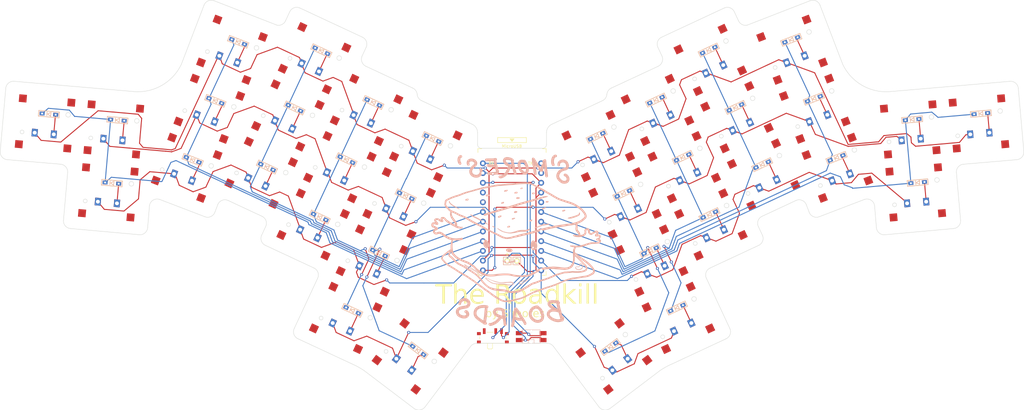
<source format=kicad_pcb>
(kicad_pcb (version 20240108) (generator "pcbnew") (generator_version "8.0")
  (title_block (title "Roadkill") (date "2023-06-12") (rev "1") (comment 1 "By Sam Mohr"))
  (layers (0 "F.Cu" signal) (31 "B.Cu" signal) (34 "B.Paste" user) (35 "F.Paste" user) (36 "B.SilkS" user "B.Silkscreen") (37 "F.SilkS" user "F.Silkscreen") (38 "B.Mask" user) (39 "F.Mask" user) (44 "Edge.Cuts" user))
  (net 0 "")
  (net 1 "col_0")
  (net 2 "Net-(D1-A)")
  (net 3 "Net-(D2-A)")
  (net 4 "Net-(D3-A)")
  (net 5 "col_1")
  (net 6 "Net-(D4-A)")
  (net 7 "Net-(D5-A)")
  (net 8 "Net-(D6-A)")
  (net 9 "col_2")
  (net 10 "Net-(D7-A)")
  (net 11 "Net-(D8-A)")
  (net 12 "Net-(D9-A)")
  (net 13 "col_3")
  (net 14 "Net-(D10-A)")
  (net 15 "Net-(D11-A)")
  (net 16 "Net-(D12-A)")
  (net 17 "Net-(D13-A)")
  (net 18 "col_4")
  (net 19 "Net-(D14-A)")
  (net 20 "Net-(D15-A)")
  (net 21 "Net-(D16-A)")
  (net 22 "Net-(D17-A)")
  (net 23 "col_5")
  (net 24 "Net-(D18-A)")
  (net 25 "Net-(D19-A)")
  (net 26 "Net-(D20-A)")
  (net 27 "Net-(D21-A)")
  (net 28 "col_6")
  (net 29 "Net-(D22-A)")
  (net 30 "Net-(D23-A)")
  (net 31 "Net-(D24-A)")
  (net 32 "Net-(D25-A)")
  (net 33 "col_7")
  (net 34 "Net-(D26-A)")
  (net 35 "Net-(D27-A)")
  (net 36 "Net-(D28-A)")
  (net 37 "col_8")
  (net 38 "Net-(D29-A)")
  (net 39 "Net-(D30-A)")
  (net 40 "Net-(D31-A)")
  (net 41 "col_9")
  (net 42 "Net-(D32-A)")
  (net 43 "Net-(D33-A)")
  (net 44 "Net-(D34-A)")
  (net 45 "row_0")
  (net 46 "row_1")
  (net 47 "row_2")
  (net 48 "row_3")
  (net 49 "reset")
  (net 50 "gnd")
  (net 56 "bat+")
  (net 58 "raw")
  (footprint "footprints:pro-micro" (layer "F.Cu") (at 150 115)
    (property "Reference" "U1" (hide yes))
    (property "Value" "ProMicro_r" (hide yes))
  )
  (footprint "footprints:smd-diode" (layer "F.Cu") (at 29.114518 87.677923 -5)
    (property "Reference" "D1" (hide yes))
    (property "Value" "1N4148" (hide yes))
  )
  (footprint "footprints:smd-diode" (layer "F.Cu") (at 254.448266 89.115991 5)
    (property "Reference" "D20" (hide yes))
    (property "Value" "1N4148" (hide yes))
  )
  (footprint "footprints:smd-diode" (layer "F.Cu") (at 201.346664 70.963114 25)
    (property "Reference" "D8" (hide yes))
    (property "Value" "1N4148" (hide yes))
  )
  (footprint "footprints:smd-diode" (layer "F.Cu") (at 193.020126 138.290071 25)
    (property "Reference" "D34" (hide yes))
    (property "Value" "1N4148" (hide yes))
  )
  (footprint "footprints:smd-diode" (layer "F.Cu") (at 106.772111 99.57496 -25)
    (property "Reference" "D14" (hide yes))
    (property "Value" "1N4148" (hide yes))
  )
  (footprint "footprints:smd-diode" (layer "F.Cu") (at 108.294013 138.902859 -25)
    (property "Reference" "D31" (hide yes))
    (property "Value" "1N4148" (hide yes))
  )
  (footprint "footprints:smd-diode" (layer "F.Cu") (at 255.886333 105.553209 5)
    (property "Reference" "D30" (hide yes))
    (property "Value" "1N4148" (hide yes))
  )
  (footprint "footprints:smd-diode" (layer "F.Cu") (at 187.568831 84.008084 25)
    (property "Reference" "D7" (hide yes))
    (property "Value" "1N4148" (hide yes))
  )
  (footprint "footprints:power-switch" (layer "F.Cu") (at 144.999999 145.749996)
    (property "Reference" "SW36" (hide yes))
    (property "Value" "SW_SPDT" (hide yes))
  )
  (footprint "footprints:pg1316s-switch" (layer "F.Cu") (at 84.518767 102.99028 -25)
    (property "Reference" "SW23" (hide yes))
    (property "Value" "SW_Push" (hide yes))
    (fp_circle (center -5.8 2.749999) (end -5.299999 2.75) (stroke (width 0.1)) (fill none) (layer "Edge.Cuts"))
    (fp_circle (center 5.8 -2.749999) (end 6.4 -2.75) (stroke (width 0.1)) (fill none) (layer "Edge.Cuts"))
  )
  (footprint "footprints:smd-diode" (layer "F.Cu") (at 222.882932 68.277794 21)
    (property "Reference" "D9" (hide yes))
    (property "Value" "1N4148" (hide yes))
  )
  (footprint "footprints:smd-diode" (layer "F.Cu") (at 125.49171 149.355632 -37)
    (property "Reference" "D32" (hide yes))
    (property "Value" "1N4148" (hide yes))
  )
  (footprint "footprints:single-pin" (layer "F.Cu") (at 148.750001 125.999999)
    (property "Reference" "+1" (hide yes))
    (property "Value" "MountingHole_Pad" (hide yes))
  )
  (footprint "footprints:smd-diode" (layer "F.Cu") (at 234.709072 99.085949 21)
    (property "Reference" "D29" (hide yes))
    (property "Value" "1N4148" (hide yes))
  )
  (footprint "footprints:smd-diode" (layer "F.Cu") (at 78.517439 68.81534 -21)
    (property "Reference" "D2" (hide yes))
    (property "Value" "1N4148" (hide yes))
  )
  (footprint "footprints:pg1316s-switch" (layer "F.Cu") (at 234.928145 101.679716 21)
    (property "Reference" "SW29" (hide yes))
    (property "Value" "SW_Push" (hide yes))
    (fp_circle (center -5.8 2.75) (end -5.3 2.75) (stroke (width 0.1)) (fill none) (layer "Edge.Cuts"))
    (fp_circle (center 5.8 -2.75) (end 6.4 -2.75) (stroke (width 0.1)) (fill none) (layer "Edge.Cuts"))
  )
  (footprint "footprints:pg1316s-switch" (layer "F.Cu") (at 98.465171 73.082119 -25)
    (property "Reference" "SW3" (hide yes))
    (property "Value" "SW_Push" (hide yes))
    (fp_circle (center -5.8 2.749999) (end -5.299999 2.75) (stroke (width 0.1)) (fill none) (layer "Edge.Cuts"))
    (fp_circle (center 5.8 -2.749999) (end 6.4 -2.75) (stroke (width 0.1)) (fill none) (layer "Edge.Cuts"))
  )
  (footprint "footprints:pg1316s-switch" (layer "F.Cu") (at 76.897994 70.871558 -21)
    (property "Reference" "SW2" (hide yes))
    (property "Value" "SW_Push" (hide yes))
    (fp_circle (center -5.8 2.75) (end -5.3 2.750001) (stroke (width 0.1)) (fill none) (layer "Edge.Cuts"))
    (fp_circle (center 5.8 -2.75) (end 6.4 -2.75) (stroke (width 0.1)) (fill none) (layer "Edge.Cuts"))
  )
  (footprint "footprints:smd-diode" (layer "F.Cu") (at 45.558146 105.679579 -5)
    (property "Reference" "D21" (hide yes))
    (property "Value" "1N4148" (hide yes))
  )
  (footprint "footprints:pg1316s-switch" (layer "F.Cu") (at 215.692536 103.443439 25)
    (property "Reference" "SW28" (hide yes))
    (property "Value" "SW_Push" (hide yes))
    (fp_circle (center -5.8 2.75) (end -5.3 2.75) (stroke (width 0.1)) (fill none) (layer "Edge.Cuts"))
    (fp_circle (center 5.8 -2.75) (end 6.4 -2.75) (stroke (width 0.1)) (fill none) (layer "Edge.Cuts"))
  )
  (footprint "footprints:pg1316s-switch" (layer "F.Cu") (at 46.056082 91.669667 -5)
    (property "Reference" "SW11" (hide yes))
    (property "Value" "SW_Push" (hide yes))
    (fp_circle (center -5.8 2.750001) (end -5.3 2.75) (stroke (width 0.1)) (fill none) (layer "Edge.Cuts"))
    (fp_circle (center 5.8 -2.750001) (end 6.4 -2.75) (stroke (width 0.1)) (fill none) (layer "Edge.Cuts"))
  )
  (footprint "footprints:smd-diode" (layer "F.Cu") (at 172.100524 93.427836 25)
    (property "Reference" "D6" (hide yes))
    (property "Value" "1N4148" (hide yes))
  )
  (footprint "footprints:pg1316s-switch" (layer "F.Cu") (at 127.500001 95.999999 -25)
    (property "Reference" "SW5" (hide yes))
    (property "Value" "SW_Push" (hide yes))
    (fp_circle (center -5.8 2.749999) (end -5.299999 2.75) (stroke (width 0.1)) (fill none) (layer "Edge.Cuts"))
    (fp_circle (center 5.8 -2.749999) (end 6.4 -2.75) (stroke (width 0.1)) (fill none) (layer "Edge.Cuts"))
  )
  (footprint "footprints:pg1316s-switch" (layer "F.Cu") (at 179.473203 110.954079 25)
    (property "Reference" "SW16" (hide yes))
    (property "Value" "SW_Push" (hide yes))
    (fp_circle (center -5.8 2.75) (end -5.3 2.75) (stroke (width 0.1)) (fill none) (layer "Edge.Cuts"))
    (fp_circle (center 5.8 -2.75) (end 6.4 -2.75) (stroke (width 0.1)) (fill none) (layer "Edge.Cuts"))
  )
  (footprint "footprints:single-pin" (layer "F.Cu") (at 151.250001 125.999998)
    (property "Reference" "-1" (hide yes))
    (property "Value" "MountingHole_Pad" (hide yes))
  )
  (footprint "footprints:pg1316s-switch" (layer "F.Cu") (at 106.580396 140.862236 -25)
    (property "Reference" "SW31" (hide yes))
    (property "Value" "SW_Push" (hide yes))
    (fp_circle (center -5.8 2.749999) (end -5.299999 2.75) (stroke (width 0.1)) (fill none) (layer "Edge.Cuts"))
    (fp_circle (center 5.8 -2.749999) (end 6.4 -2.75) (stroke (width 0.1)) (fill none) (layer "Edge.Cuts"))
  )
  (footprint "footprints:smd-diode" (layer "F.Cu") (at 72.557686 84.201503 -21)
    (property "Reference" "D12" (hide yes))
    (property "Value" "1N4148" (hide yes))
  )
  (footprint "footprints:pg1316s-switch" (layer "F.Cu") (at 112.031695 86.580254 -25)
    (property "Reference" "SW4" (hide yes))
    (property "Value" "SW_Push" (hide yes))
    (fp_circle (center -5.8 2.749999) (end -5.299999 2.75) (stroke (width 0.1)) (fill none) (layer "Edge.Cuts"))
    (fp_circle (center 5.8 -2.749999) (end 6.4 -2.75) (stroke (width 0.1)) (fill none) (layer "Edge.Cuts"))
  )
  (footprint "footprints:pg1316s-switch" (layer "F.Cu") (at 255.381984 108.10688 5)
    (property "Reference" "SW30" (hide yes))
    (property "Value" "SW_Push" (hide yes))
    (fp_circle (center -5.8 2.75) (end -5.3 2.75) (stroke (width 0.1)) (fill none) (layer "Edge.Cuts"))
    (fp_circle (center 5.8 -2.75) (end 6.4 -2.75) (stroke (width 0.1)) (fill none) (layer "Edge.Cuts"))
  )
  (footprint "footprints:smd-diode" (layer "F.Cu") (at 99.798912 114.529037 -25)
    (property "Reference" "D24" (hide yes))
    (property "Value" "1N4148" (hide yes))
  )
  (footprint "footprints:smd-diode" (layer "F.Cu") (at 122.240416 108.994706 -25)
    (property "Reference" "D15" (hide yes))
    (property "Value" "1N4148" (hide yes))
  )
  (footprint "footprints:pg1316s-switch" (layer "F.Cu") (at 28.124579 90.100866 -5)
    (property "Reference" "SW1" (hide yes))
    (property "Value" "SW_Push" (hide yes))
    (fp_circle (center -5.8 2.750001) (end -5.3 2.75) (stroke (width 0.1)) (fill none) (layer "Edge.Cuts"))
    (fp_circle (center 5.8 -2.750001) (end 6.4 -2.75) (stroke (width 0.1)) (fill none) (layer "Edge.Cuts"))
  )
  (footprint "footprints:pg1316s-switch" (layer "F.Cu") (at 98.085292 116.488407 -25)
    (property "Reference" "SW24" (hide yes))
    (property "Value" "SW_Push" (hide yes))
    (fp_circle (center -5.8 2.749999) (end -5.299999 2.75) (stroke (width 0.1)) (fill none) (layer "Edge.Cuts"))
    (fp_circle (center 5.8 -2.749999) (end 6.4 -2.75) (stroke (width 0.1)) (fill none) (layer "Edge.Cuts"))
  )
  (footprint "footprints:pg1316s-switch" (layer "F.Cu") (at 176.591835 150.915907 37)
    (property "Reference" "SW33" (hide yes))
    (property "Value" "SW_Push" (hide yes))
    (fp_circle (center -5.8 2.75) (end -5.3 2.75) (stroke (width 0.1)) (fill none) (layer "Edge.Cuts"))
    (fp_circle (center 5.8 -2.75) (end 6.4 -2.75) (stroke (width 0.1)) (fill none) (layer "Edge.Cuts"))
  )
  (footprint "footprints:pg1316s-switch" (layer "F.Cu") (at 229.015076 86.275639 21)
    (property "Reference" "SW19" (hide yes))
    (property "Value" "SW_Push" (hide yes))
    (fp_circle (center -5.8 2.75) (end -5.3 2.75) (stroke (width 0.1)) (fill none) (layer "Edge.Cuts"))
    (fp_circle (center 5.8 -2.75) (end 6.4 -2.75) (stroke (width 0.1)) (fill none) (layer "Edge.Cuts"))
  )
  (footprint "footprints:smd-diode" (layer "F.Cu") (at 93.205587 86.076826 -25)
    (property "Reference" "D13" (hide yes))
    (property "Value" "1N4148" (hide yes))
  )
  (footprint "footprints:smd-diode" (layer "F.Cu") (at 201.515233 113.916252 25)
    (property "Reference" "D27" (hide yes))
    (property "Value" "1N4148" (hide yes))
  )
  (footprint "footprints:pg1316s-switch" (layer "F.Cu") (at 113.553597 125.908157 -25)
    (property "Reference" "SW25" (hide yes))
    (property "Value" "SW_Push" (hide yes))
    (fp_circle (center -5.8 2.749999) (end -5.299999 2.75) (stroke (width 0.1)) (fill none) (layer "Edge.Cuts"))
    (fp_circle (center 5.8 -2.749999) (end 6.4 -2.75) (stroke (width 0.1)) (fill none) (layer "Edge.Cuts"))
  )
  (footprint "footprints:smd-diode" (layer "F.Cu") (at 129.258932 94.061758 -25)
    (property "Reference" "D5" (hide yes))
    (property "Value" "1N4148" (hide yes))
  )
  (footprint "footprints:pg1316s-switch" (layer "F.Cu") (at 65.07185 101.679711 -21)
    (property "Reference" "SW22" (hide yes))
    (property "Value" "SW_Push" (hide yes))
    (fp_circle (center -5.8 2.75) (end -5.3 2.750001) (stroke (width 0.1)) (fill none) (layer "Edge.Cuts"))
    (fp_circle (center 5.8 -2.75) (end 6.4 -2.75) (stroke (width 0.1)) (fill none) (layer "Edge.Cuts"))
  )
  (footprint "footprints:smd-diode" (layer "F.Cu") (at 46.996208 89.242366 -5)
    (property "Reference" "D11" (hide yes))
    (property "Value" "1N4148" (hide yes))
  )
  (footprint "footprints:pg1316s-switch" (layer "F.Cu") (at 172.5 95.999997 25)
    (property "Reference" "SW6" (hide yes))
    (property "Value" "SW_Push" (hide yes))
    (fp_circle (center -5.8 2.75) (end -5.3 2.75) (stroke (width 0.1)) (fill none) (layer "Edge.Cuts"))
    (fp_circle (center 5.8 -2.75) (end 6.4 -2.75) (stroke (width 0.1)) (fill none) (layer "Edge.Cuts"))
  )
  (footprint "footprints:pg1316s-switch" (layer "F.Cu") (at 123.408156 150.915902 -37)
    (property "Reference" "SW32" (hide yes))
    (property "Value" "SW_Push" (hide yes))
    (fp_circle (center -5.799999 2.75) (end -5.300001 2.750001) (stroke (width 0.1)) (fill none) (layer "Edge.Cuts"))
    (fp_circle (center 5.799999 -2.75) (end 6.400001 -2.75) (stroke (width 0.1)) (fill none) (layer "Edge.Cuts"))
  )
  (footprint "footprints:smd-diode" (layer "F.Cu") (at 208.31986 85.917192 25)
    (property "Reference" "D18" (hide yes))
    (property "Value" "1N4148" (hide yes))
  )
  (footprint "footprints:smd-diode" (layer "F.Cu") (at 100.224106 71.143879 -25)
    (property "Reference" "D3" (hide yes))
    (property "Value" "1N4148" (hide yes))
  )
  (footprint "footprints:pg1316s-switch" (layer "F.Cu") (at 91.491973 88.036203 -25)
    (property "Reference" "SW13" (hide yes))
    (property "Value" "SW_Push" (hide yes))
    (fp_circle (center -5.8 2.749999) (end -5.299999 2.75) (stroke (width 0.1)) (fill none) (layer "Edge.Cuts"))
    (fp_circle (center 5.8 -2.749999) (end 6.4 -2.75) (stroke (width 0.1)) (fill none) (layer "Edge.Cuts"))
  )
  (footprint "footprints:pg1316s-switch" (layer "F.Cu") (at 70.984921 86.275634 -21)
    (property "Reference" "SW12" (hide yes))
    (property "Value" "SW_Push" (hide yes))
    (fp_circle (center -5.8 2.75) (end -5.3 2.750001) (stroke (width 0.1)) (fill none) (layer "Edge.Cuts"))
    (fp_circle (center 5.8 -2.75) (end 6.4 -2.75) (stroke (width 0.1)) (fill none) (layer "Edge.Cuts"))
  )
  (footprint "footprints:smd-diode" (layer "F.Cu") (at 228.796002 83.681876 21)
    (property "Reference" "D19" (hide yes))
    (property "Value" "1N4148" (hide yes))
  )
  (footprint "footprints:pg1316s-switch" (layer "F.Cu") (at 120.526797 110.954073 -25)
    (property "Reference" "SW15" (hide yes))
    (property "Value" "SW_Push" (hide yes))
    (fp_circle (center -5.8 2.749999) (end -5.299999 2.75) (stroke (width 0.1)) (fill none) (layer "Edge.Cuts"))
    (fp_circle (center 5.8 -2.749999) (end 6.4 -2.75) (stroke (width 0.1)) (fill none) (layer "Edge.Cuts"))
  )
  (footprint "footprints:smd-diode" (layer "F.Cu") (at 115.267216 123.948782 -25)
    (property "Reference" "D25" (hide yes))
    (property "Value" "1N4148" (hide yes))
  )
  (footprint "footprints:smd-diode" (layer "F.Cu") (at 194.542027 98.962166 25)
    (property "Reference" "D17" (hide yes))
    (property "Value" "1N4148" (hide yes))
  )
  (footprint "footprints:pg1316s-switch" (layer "F.Cu") (at 208.719335 88.489359 25)
    (property "Reference" "SW18" (hide yes))
    (property "Value" "SW_Push" (hide yes))
    (fp_circle (center -5.8 2.75) (end -5.3 2.75) (stroke (width 0.1)) (fill none) (layer "Edge.Cuts"))
    (fp_circle (center 5.8 -2.75) (end 6.4 -2.75) (stroke (width 0.1)) (fill none) (layer "Edge.Cuts"))
  )
  (footprint "footprints:pg1316s-switch" (layer "F.Cu") (at 193.419603 140.862236 25)
    (property "Reference" "SW34" (hide yes))
    (property "Value" "SW_Push" (hide yes))
    (fp_circle (center -5.8 2.75) (end -5.3 2.75) (stroke (width 0.1)) (fill none) (layer "Edge.Cuts"))
    (fp_circle (center 5.8 -2.75) (end 6.4 -2.75) (stroke (width 0.1)) (fill none) (layer "Edge.Cuts"))
  )
  (footprint "footprints:smd-diode" (layer "F.Cu") (at 186.046927 123.335992 25)
    (property "Reference" "D26" (hide yes))
    (property "Value" "1N4148" (hide yes))
  )
  (footprint "footprints:pg1316s-switch" (layer "F.Cu") (at 194.941502 101.534333 25)
    (property "Reference" "SW17" (hide yes))
    (property "Value" "SW_Push" (hide yes))
    (fp_circle (center -5.8 2.75) (end -5.3 2.75) (stroke (width 0.1)) (fill none) (layer "Edge.Cuts"))
    (fp_circle (center 5.8 -2.75) (end 6.4 -2.75) (stroke (width 0.1)) (fill none) (layer "Edge.Cuts"))
  )
  (footprint "footprints:pg1316s-switch" (layer "F.Cu") (at 223.102005 70.871562 21)
    (property "Reference" "SW9" (hide yes))
    (property "Value" "SW_Push" (hide yes))
    (fp_circle (center -5.8 2.75) (end -5.3 2.75) (stroke (width 0.1)) (fill none) (layer "Edge.Cuts"))
    (fp_circle (center 5.8 -2.75) (end 6.4 -2.75) (stroke (width 0.1)) (fill none) (layer "Edge.Cuts"))
  )
  (footprint "footprints:pg1316s-switch" (layer "F.Cu") (at 201.746133 73.535275 25)
    (property "Reference" "SW8" (hide yes))
    (property "Value" "SW_Push" (hide yes))
    (fp_circle (center -5.8 2.75) (end -5.3 2.75) (stroke (width 0.1)) (fill none) (layer "Edge.Cuts"))
    (fp_circle (center 5.8 -2.75) (end 6.4 -2.75) (stroke (width 0.1)) (fill none) (layer "Edge.Cuts"))
  )
  (footprint "footprints:pg1316s-switch" (layer "F.Cu") (at 105.058493 101.534335 -25)
    (property "Reference" "SW14" (hide yes))
    (property "Value" "SW_Push" (hide yes))
    (fp_circle (center -5.8 2.749999) (end -5.299999 2.75) (stroke (width 0.1)) (fill none) (layer "Edge.Cuts"))
    (fp_circle (center 5.8 -2.749999) (end 6.4 -2.75) (stroke (width 0.1)) (fill none) (layer "Edge.Cuts"))
  )
  (footprint "footprints:smd-diode" (layer "F.Cu") (at 179.073728 108.381908 25)
    (property "Reference" "D16" (hide yes))
    (property "Value" "1N4148" (hide yes))
  )
  (footprint "footprints:smd-diode" (layer "F.Cu") (at 113.790628 84.642014 -25)
    (property "Reference" "D4" (hide yes))
    (property "Value" "1N4148" (hide yes))
  )
  (footprint "footprints:smd-diode" (layer "F.Cu") (at 175.666313 148.483001 37)
    (property "Reference" "D33" (hide yes))
    (property "Value" "1N4148" (hide yes))
  )
  (footprint "footprints:pg1316s-switch" (layer "F.Cu") (at 44.618014 108.106879 -5)
    (property "Reference" "SW21" (hide yes))
    (property "Value" "SW_Push" (hide yes))
    (fp_circle (center -5.8 2.750001) (end -5.3 2.75) (stroke (width 0.1)) (fill none) (layer "Edge.Cuts"))
    (fp_circle (center 5.8 -2.750001) (end 6.4 -2.75) (stroke (width 0.1)) (fill none) (layer "Edge.Cuts"))
  )
  (footprint "footprints:pg1316s-switch" (layer "F.Cu") (at 201.914703 116.488416 25)
    (property "Reference" "SW27" (hide yes))
    (property "Value" "SW_Push" (hide yes))
    (fp_circle (center -5.8 2.75) (end -5.3 2.75) (stroke (width 0.1)) (fill none) (layer "Edge.Cuts"))
    (fp_circle (center 5.8 -2.75) (end 6.4 -2.75) (stroke (width 0.1)) (fill none) (layer "Edge.Cuts"))
  )
  (footprint "footprints:smd-diode" (layer "F.Cu") (at 86.02108 101.484068 -25)
    (property "Reference" "D23" (hide yes))
    (property "Value" "1N4148" (hide yes))
  )
  (footprint "footprints:smd-diode" (layer "F.Cu") (at 215.293059 100.871272 25)
    (property "Reference" "D28" (hide yes))
    (property "Value" "1N4148" (hide yes))
  )
  (footprint "footprints:pg1316s-switch" (layer "F.Cu") (at 253.943918 91.669668 5)
    (property "Reference" "SW20" (hide yes))
    (property "Value" "SW_Push" (hide yes))
    (fp_circle (center -5.8 2.75) (end -5.3 2.75) (stroke (width 0.1)) (fill none) (layer "Edge.Cuts"))
    (fp_circle (center 5.8 -2.75) (end 6.4 -2.75) (stroke (width 0.1)) (fill none) (layer "Edge.Cuts"))
  )
  (footprint "footprints:pg1316s-switch" (layer "F.Cu") (at 187.968306 86.58026 25)
    (property "Reference" "SW7" (hide yes))
    (property "Value" "SW_Push" (hide yes))
    (fp_circle (center -5.8 2.75) (end -5.3 2.75) (stroke (width 0.1)) (fill none) (layer "Edge.Cuts"))
    (fp_circle (center 5.8 -2.75) (end 6.4 -2.75) (stroke (width 0.1)) (fill none) (layer "Edge.Cuts"))
  )
  (footprint "footprints:smd-diode" (layer "F.Cu") (at 66.644616 99.605584 -21)
    (property "Reference" "D22" (hide yes))
    (property "Value" "1N4148" (hide yes))
  )
  (footprint "footprints:pg1316s-switch" (layer "F.Cu") (at 271.875415 90.10086 5)
    (property "Reference" "SW10" (hide yes))
    (property "Value" "SW_Push" (hide yes))
    (fp_circle (center -5.8 2.75) (end -5.3 2.75) (stroke (width 0.1)) (fill none) (layer "Edge.Cuts"))
    (fp_circle (center 5.8 -2.75) (end 6.4 -2.75) (stroke (width 0.1)) (fill none) (layer "Edge.Cuts"))
  )
  (footprint "footprints:pg1316s-switch" (layer "F.Cu") (at 186.446399 125.908156 25)
    (property "Reference" "SW26" (hide yes))
    (property "Value" "SW_Push" (hide yes))
    (fp_circle (center -5.8 2.75) (end -5.3 2.75) (stroke (width 0.1)) (fill none) (layer "Edge.Cuts"))
    (fp_circle (center 5.8 -2.75) (end 6.4 -2.75) (stroke (width 0.1)) (fill none) (layer "Edge.Cuts"))
  )
  (footprint "footprints:smd-diode" (layer "F.Cu") (at 272.379764 87.547189 5)
    (property "Reference" "D10" (hide yes))
    (property "Value" "1N4148" (hide yes))
  )
  (footprint "footprints:reset-switch-angled-4pin" (layer "B.Cu") (at 155.000001 145.749997)
    (property "Reference" "SW35" (hide yes))
    (property "Value" "SW_Push" (hide yes))
  )
  (footprint "art:smores" (layer "B.Cu") (at 152.000002 122.5 180)
    (property "Reference" "G***" (hide yes))
    (property "Value" "LOGO" (hide yes))
  )
  (gr_line (start 244.638941 111.629478) (end 245.110191 117.312802) (stroke (width 0.1)) (layer "Edge.Cuts"))
  (gr_line (start 209.086776 63.249118) (end 208.018605 60.958418) (stroke (width 0.1)) (layer "Edge.Cuts"))
  (gr_line (start 108.206004 152.874724) (end 94.11292 146.303009) (stroke (width 0.1)) (layer "Edge.Cuts"))
  (gr_line (start 159.000002 92.500445) (end 159.000002 95.6) (stroke (width 0.1)) (layer "Edge.Cuts"))
  (gr_arc (start 224.096839 110.227053) (mid 225.674791 110.17791) (end 226.798006 111.287327) (stroke (width 0.1)) (layer "Edge.Cuts"))
  (gr_arc (start 200.72749 130.505826) (mid 200.660727 128.976554) (end 201.69487 127.847973) (stroke (width 0.1)) (layer "Edge.Cuts"))
  (gr_arc (start 211.39591 64.444807) (mid 210.020887 64.272731) (end 209.086776 63.249118) (stroke (width 0.1)) (layer "Edge.Cuts"))
  (gr_arc (start 54.890805 117.31067) (mid 54.177343 118.690855) (end 52.695917 119.159199) (stroke (width 0.1)) (layer "Edge.Cuts"))
  (gr_line (start 267.859787 100.75308) (end 281.743347 99.568453) (stroke (width 0.1)) (layer "Edge.Cuts"))
  (gr_arc (start 174.755542 82.502178) (mid 175.130254 81.535538) (end 175.929034 80.874664) (stroke (width 0.1)) (layer "Edge.Cuts"))
  (gr_arc (start 90.914219 63.246985) (mid 89.980136 64.270652) (end 88.605088 64.442675) (stroke (width 0.1)) (layer "Edge.Cuts"))
  (gr_arc (start 248.868561 81.780044) (mid 241.463275 80.206752) (end 236.310134 74.660696) (stroke (width 0.1)) (layer "Edge.Cuts"))
  (gr_arc (start 215.350557 119.273468) (mid 215.417321 120.802746) (end 214.383177 121.93132) (stroke (width 0.1)) (layer "Edge.Cuts"))
  (gr_arc (start 227.84977 58.055416) (mid 229.385705 58.1416) (end 230.410884 59.288581) (stroke (width 0.1)) (layer "Edge.Cuts"))
  (gr_arc (start 108.206004 152.874724) (mid 109.863276 153.689033) (end 111.436097 154.656445) (stroke (width 0.1)) (layer "Edge.Cuts"))
  (gr_line (start 52.695917 119.159199) (end 34.809855 117.546159) (stroke (width 0.1)) (layer "Edge.Cuts"))
  (gr_arc (start 32.14121 100.750949) (mid 33.530586 101.455791) (end 34.008106 102.938721) (stroke (width 0.1)) (layer "Edge.Cuts"))
  (gr_arc (start 127.302595 164.096703) (mid 125.975188 164.891413) (end 124.468416 164.540508) (stroke (width 0.1)) (layer "Edge.Cuts"))
  (gr_arc (start 94.11292 146.303009) (mid 93.078799 145.17443) (end 93.145542 143.645157) (stroke (width 0.1)) (layer "Edge.Cuts"))
  (gr_line (start 214.383177 121.93132) (end 201.69487 127.847973) (stroke (width 0.1)) (layer "Edge.Cuts"))
  (gr_line (start 173.604745 84.171917) (end 160.438208 90.299999) (stroke (width 0.1)) (layer "Edge.Cuts"))
  (gr_arc (start 159.000002 92.500445) (mid 159.395775 91.188904) (end 160.438208 90.299999) (stroke (width 0.1)) (layer "Edge.Cuts"))
  (gr_arc (start 55.362054 111.627347) (mid 56.30844 110.129685) (end 58.072327 109.964178) (stroke (width 0.1)) (layer "Edge.Cuts"))
  (gr_line (start 98.306128 127.845843) (end 85.617818 121.929187) (stroke (width 0.1)) (layer "Edge.Cuts"))
  (gr_line (start 139.200002 148.299999) (end 127.302595 164.096703) (stroke (width 0.1)) (layer "Edge.Cuts"))
  (gr_line (start 188.123685 75.200771) (end 175.929034 80.874664) (stroke (width 0.1)) (layer "Edge.Cuts"))
  (gr_arc (start 175.532579 164.542638) (mid 174.025783 164.893536) (end 172.698402 164.098836) (stroke (width 0.1)) (layer "Edge.Cuts"))
  (gr_line (start 282.159608 81.058276) (end 283.592606 97.382078) (stroke (width 0.1)) (layer "Edge.Cuts"))
  (gr_line (start 93.145542 143.645157) (end 99.273506 130.503694) (stroke (width 0.1)) (layer "Edge.Cuts"))
  (gr_line (start 69.843468 114.467944) (end 58.072327 109.964178) (stroke (width 0.1)) (layer "Edge.Cuts"))
  (gr_arc (start 126.395258 84.171917) (mid 125.592594 83.492622) (end 125.245454 82.500046) (stroke (width 0.1)) (layer "Edge.Cuts"))
  (gr_line (start 241.92867 109.966311) (end 230.157528 114.470076) (stroke (width 0.1)) (layer "Edge.Cuts"))
  (gr_arc (start 188.058968 70.211269) (mid 188.02141 68.70363) (end 189.047214 67.598166) (stroke (width 0.1)) (layer "Edge.Cuts"))
  (gr_line (start 265.191142 117.548289) (end 247.305078 119.161332) (stroke (width 0.1)) (layer "Edge.Cuts"))
  (gr_line (start 34.008106 102.938721) (end 32.919442 115.430707) (stroke (width 0.1)) (layer "Edge.Cuts"))
  (gr_line (start 88.605088 64.442675) (end 72.151227 58.053285) (stroke (width 0.1)) (layer "Edge.Cuts"))
  (gr_line (start 140.800001 147.5) (end 159.2 147.499999) (stroke (width 0.1)) (layer "Edge.Cuts"))
  (gr_arc (start 84.739606 114.347712) (mid 85.773754 115.476283) (end 85.706985 117.005565) (stroke (width 0.1)) (layer "Edge.Cuts"))
  (gr_line (start 188.564899 154.658578) (end 175.532579 164.542638) (stroke (width 0.1)) (layer "Edge.Cuts"))
  (gr_line (start 267.081554 115.43284) (end 265.992892 102.940853) (stroke (width 0.1)) (layer "Edge.Cuts"))
  (gr_arc (start 111.877311 75.198639) (mid 110.817315 74.041847) (end 110.885747 72.474341) (stroke (width 0.1)) (layer "Edge.Cuts"))
  (gr_arc (start 174.755542 82.502178) (mid 174.408391 83.494742) (end 173.605736 84.17405) (stroke (width 0.1)) (layer "Edge.Cuts"))
  (gr_arc (start 98.306128 127.845843) (mid 99.340308 128.97442) (end 99.273506 130.503694) (stroke (width 0.1)) (layer "Edge.Cuts"))
  (gr_line (start 139.561795 90.3) (end 126.395258 84.171917) (stroke (width 0.1)) (layer "Edge.Cuts"))
  (gr_arc (start 91.98239 60.956286) (mid 93.110993 59.922628) (end 94.639979 59.989472) (stroke (width 0.1)) (layer "Edge.Cuts"))
  (gr_line (start 205.360754 59.991037) (end 189.047214 67.598166) (stroke (width 0.1)) (layer "Edge.Cuts"))
  (gr_arc (start 73.202991 111.285195) (mid 74.32619 110.175739) (end 75.904161 110.224921) (stroke (width 0.1)) (layer "Edge.Cuts"))
  (gr_line (start 141.000002 95.6) (end 141.000002 92.500446) (stroke (width 0.1)) (layer "Edge.Cuts"))
  (gr_arc (start 279.930968 79.118387) (mid 281.465845 79.602675) (end 282.152154 81.058487) (stroke (width 0.1)) (layer "Edge.Cuts"))
  (gr_line (start 54.890806 117.31067) (end 55.362054 111.627347) (stroke (width 0.1)) (layer "Edge.Cuts"))
  (gr_arc (start 139.200002 148.299999) (mid 139.905574 147.711145) (end 140.800001 147.5) (stroke (width 0.1)) (layer "Edge.Cuts"))
  (gr_arc (start 188.564899 154.658578) (mid 190.137715 153.691159) (end 191.794989 152.876856) (stroke (width 0.1)) (layer "Edge.Cuts"))
  (gr_arc (start 206.855454 143.647291) (mid 206.922204 145.176556) (end 205.888076 146.305143) (stroke (width 0.1)) (layer "Edge.Cuts"))
  (gr_arc (start 85.617818 121.929187) (mid 84.583712 120.800609) (end 84.65044 119.271335) (stroke (width 0.1)) (layer "Edge.Cuts"))
  (gr_arc (start 189.115249 72.476474) (mid 189.183661 74.043962) (end 188.123685 75.200771) (stroke (width 0.1)) (layer "Edge.Cuts"))
  (gr_arc (start 241.92867 109.966311) (mid 243.692593 110.131787) (end 244.638941 111.629478) (stroke (width 0.1)) (layer "Edge.Cuts"))
  (gr_line (start 91.98239 60.956286) (end 90.914219 63.246985) (stroke (width 0.1)) (layer "Edge.Cuts"))
  (gr_line (start 279.930968 79.118387) (end 248.868561 81.780044) (stroke (width 0.1)) (layer "Edge.Cuts"))
  (gr_line (start 236.310134 74.660696) (end 230.410884 59.288581) (stroke (width 0.1)) (layer "Edge.Cuts"))
  (gr_arc (start 214.294012 117.007697) (mid 214.227265 115.478444) (end 215.261389 114.349844) (stroke (width 0.1)) (layer "Edge.Cuts"))
  (gr_arc (start 124.071964 80.872533) (mid 124.870723 81.533417) (end 125.245454 82.500046) (stroke (width 0.1)) (layer "Edge.Cuts"))
  (gr_line (start 124.468416 164.540508) (end 111.436097 154.656445) (stroke (width 0.1)) (layer "Edge.Cuts"))
  (gr_line (start 214.294012 117.007697) (end 215.350557 119.273468) (stroke (width 0.1)) (layer "Edge.Cuts"))
  (gr_arc (start 17.848843 81.056354) (mid 18.535131 79.600527) (end 20.070027 79.116256) (stroke (width 0.1)) (layer "Edge.Cuts"))
  (gr_arc (start 72.451439 113.251834) (mid 71.403753 114.409539) (end 69.843468 114.467944) (stroke (width 0.1)) (layer "Edge.Cuts"))
  (gr_arc (start 230.157528 114.470076) (mid 228.597251 114.411647) (end 227.549558 113.253966) (stroke (width 0.1)) (layer "Edge.Cuts"))
  (gr_arc (start 205.361017 59.991605) (mid 206.890023 59.924698) (end 208.018605 60.958418) (stroke (width 0.1)) (layer "Edge.Cuts"))
  (gr_arc (start 110.953783 67.596036) (mid 111.979555 68.70152) (end 111.942028 70.209137) (stroke (width 0.1)) (layer "Edge.Cuts"))
  (gr_line (start 226.798006 111.287327) (end 227.549558 113.253966) (stroke (width 0.1)) (layer "Edge.Cuts"))
  (gr_line (start 18.25765 99.566323) (end 32.14121 100.750949) (stroke (width 0.1)) (layer "Edge.Cuts"))
  (gr_line (start 205.888076 146.305143) (end 191.794989 152.876856) (stroke (width 0.1)) (layer "Edge.Cuts"))
  (gr_arc (start 159.000002 95.6) (mid 158.707109 96.307107) (end 158.000002 96.6) (stroke (width 0.1)) (layer "Edge.Cuts"))
  (gr_line (start 110.885747 72.474341) (end 111.942028 70.209137) (stroke (width 0.1)) (layer "Edge.Cuts"))
  (gr_line (start 51.132436 81.777913) (end 20.070027 79.116256) (stroke (width 0.1)) (layer "Edge.Cuts"))
  (gr_arc (start 283.592604 97.382079) (mid 283.120771 98.858231) (end 281.743346 99.568455) (stroke (width 0.1)) (layer "Edge.Cuts"))
  (gr_arc (start 159.2 147.499999) (mid 160.094428 147.711144) (end 160.8 148.3) (stroke (width 0.1)) (layer "Edge.Cuts"))
  (gr_arc (start 267.081554 115.43284) (mid 266.577556 116.884858) (end 265.191142 117.548289) (stroke (width 0.1)) (layer "Edge.Cuts"))
  (gr_line (start 69.590112 59.286449) (end 63.690861 74.658565) (stroke (width 0.1)) (layer "Edge.Cuts"))
  (gr_line (start 84.739606 114.347712) (end 75.904161 110.224921) (stroke (width 0.1)) (layer "Edge.Cuts"))
  (gr_line (start 124.071964 80.872533) (end 111.877311 75.198639) (stroke (width 0.1)) (layer "Edge.Cuts"))
  (gr_arc (start 265.992892 102.940853) (mid 266.470438 101.457936) (end 267.859787 100.75308) (stroke (width 0.1)) (layer "Edge.Cuts"))
  (gr_arc (start 63.690861 74.658565) (mid 58.537725 80.204623) (end 51.132436 81.777913) (stroke (width 0.1)) (layer "Edge.Cuts"))
  (gr_arc (start 18.25765 99.566323) (mid 16.8802 98.856132) (end 16.408391 97.379947) (stroke (width 0.1)) (layer "Edge.Cuts"))
  (gr_line (start 227.84977 58.055416) (end 211.39591 64.444807) (stroke (width 0.1)) (layer "Edge.Cuts"))
  (gr_line (start 224.096839 110.227053) (end 215.261389 114.349844) (stroke (width 0.1)) (layer "Edge.Cuts"))
  (gr_line (start 72.451439 113.251834) (end 73.202991 111.285195) (stroke (width 0.1)) (layer "Edge.Cuts"))
  (gr_line (start 84.65044 119.271335) (end 85.706985 117.005565) (stroke (width 0.1)) (layer "Edge.Cuts"))
  (gr_line (start 158.000002 96.6) (end 142.000001 96.599999) (stroke (width 0.1)) (layer "Edge.Cuts"))
  (gr_arc (start 142.000001 96.599999) (mid 141.292895 96.307106) (end 141.000002 95.6) (stroke (width 0.1)) (layer "Edge.Cuts"))
  (gr_line (start 172.698402 164.098836) (end 160.8 148.3) (stroke (width 0.1)) (layer "Edge.Cuts"))
  (gr_line (start 110.953783 67.596036) (end 94.640243 59.988905) (stroke (width 0.1)) (layer "Edge.Cuts"))
  (gr_arc (start 69.590112 59.286449) (mid 70.615269 58.139458) (end 72.151227 58.053285) (stroke (width 0.1)) (layer "Edge.Cuts"))
  (gr_arc (start 247.305078 119.161332) (mid 245.823631 118.693006) (end 245.110192 117.312803) (stroke (width 0.1)) (layer "Edge.Cuts"))
  (gr_line (start 188.058968 70.211269) (end 189.115249 72.476474) (stroke (width 0.1)) (layer "Edge.Cuts"))
  (gr_line (start 16.408391 97.379947) (end 17.848843 81.056354) (stroke (width 0.1)) (layer "Edge.Cuts"))
  (gr_arc (start 139.561795 90.3) (mid 140.604276 91.188874) (end 141.000002 92.500446) (stroke (width 0.1)) (layer "Edge.Cuts"))
  (gr_line (start 200.72749 130.505826) (end 206.855454 143.647291) (stroke (width 0.1)) (layer "Edge.Cuts"))
  (gr_arc (start 34.809855 117.546159) (mid 33.423469 116.882681) (end 32.919442 115.430707) (stroke (width 0.1)) (layer "Edge.Cuts"))
  (gr_text "by S'mores" (at 143.000002 141 0) (layer "F.SilkS") (effects (font (size 2 2)) (justify left bottom)))
  (gr_text "-" (at 150.500002 124.750001 0) (layer "F.SilkS") (effects (font (size 1 1)) (justify left bottom)))
  (gr_text "The Roadkill" (at 130.000002 138 0) (layer "F.SilkS") (effects (font (size 5 5)) (justify left bottom)))
  (gr_text "+" (at 148.000002 124.750001 0) (layer "F.SilkS") (effects (font (size 1 1)) (justify left bottom)))
  (segment (start 43.7899 105.524877) (end 45.414925 104.161321) (width 0.25) (layer "B.Cu") (net 1))
  (segment (start 45.227966 89.087664) (end 35.813929 88.264045) (width 0.25) (layer "B.Cu") (net 1))
  (segment (start 96.967676 116.518946) (end 101.499215 118.632038) (width 0.25) (layer "B.Cu") (net 1))
  (segment (start 58.415264 105.298702) (end 58.657436 105.210559) (width 0.25) (layer "B.Cu") (net 1))
  (segment (start 102.466593 121.289888) (end 122.488265 130.626146) (width 0.25) (layer "B.Cu") (net 1))
  (segment (start 28.9713 86.159662) (end 27.346274 87.523222) (width 0.25) (layer "B.Cu") (net 1))
  (segment (start 58.657436 105.210559) (end 60.957207 100.27868) (width 0.25) (layer "B.Cu") (net 1))
  (segment (start 122.488265 130.626146) (end 142.391404 123.381998) (width 0.25) (layer "B.Cu") (net 1))
  (segment (start 62.286136 99.794991) (end 93.553754 114.375322) (width 0.25) (layer "B.Cu") (net 1))
  (segment (start 35.813927 88.264044) (end 34.450367 86.639019) (width 0.25) (layer "B.Cu") (net 1))
  (segment (start 101.499215 118.632038) (end 102.466593 121.289888) (width 0.25) (layer "B.Cu") (net 1))
  (segment (start 35.813929 88.264045) (end 35.813927 88.264044) (width 0.25) (layer "B.Cu") (net 1))
  (segment (start 60.957207 100.27868) (end 62.286136 99.794991) (width 0.25) (layer "B.Cu") (net 1))
  (segment (start 34.450367 86.639019) (end 28.9713 86.159662) (width 0.25) (layer "B.Cu") (net 1))
  (segment (start 96.725831 115.854483) (end 96.967676 116.518946) (width 0.25) (layer "B.Cu") (net 1))
  (segment (start 43.7899 105.524877) (end 45.22797 89.08767) (width 0.25) (layer "B.Cu") (net 1))
  (segment (start 45.22797 89.08767) (end 45.227966 89.087664) (width 0.25) (layer "B.Cu") (net 1))
  (segment (start 93.553754 114.375322) (end 93.553757 114.375321) (width 0.25) (layer "B.Cu") (net 1))
  (segment (start 45.414925 104.161321) (end 58.415264 105.298702) (width 0.25) (layer "B.Cu") (net 1))
  (segment (start 93.553757 114.375321) (end 96.725831 115.854483) (width 0.25) (layer "B.Cu") (net 1))
  (segment (start 30.828594 87.878081) (end 30.882762 87.832624) (width 0.25) (layer "F.Cu") (net 2))
  (segment (start 30.384097 92.958669) (end 30.828594 87.878081) (width 0.25) (layer "F.Cu") (net 2))
  (segment (start 80.324182 69.862566) (end 80.174547 69.451443) (width 0.25) (layer "F.Cu") (net 3))
  (segment (start 78.28227 74.241464) (end 80.324182 69.862566) (width 0.25) (layer "F.Cu") (net 3))
  (segment (start 101.766356 71.91821) (end 101.832803 71.894026) (width 0.25) (layer "F.Cu") (net 4))
  (segment (start 99.611001 76.540382) (end 101.766356 71.91821) (width 0.25) (layer "F.Cu") (net 4))
  (segment (start 102.163678 118.390193) (end 103.131056 121.048041) (width 0.25) (layer "B.Cu") (net 5))
  (segment (start 121.799855 128.336706) (end 142.3914 120.841998) (width 0.25) (layer "B.Cu") (net 5))
  (segment (start 65.659752 100.816446) (end 97.390292 115.612639) (width 0.25) (layer "B.Cu") (net 5))
  (segment (start 64.987511 98.969484) (end 65.659752 100.816446) (width 0.25) (layer "B.Cu") (net 5))
  (segment (start 77.392924 69.642522) (end 70.90058 83.565401) (width 0.25) (layer "B.Cu") (net 5))
  (segment (start 103.131058 121.048043) (end 121.257212 129.500407) (width 0.25) (layer "B.Cu") (net 5))
  (segment (start 121.257212 129.500407) (end 121.799855 128.336706) (width 0.25) (layer "B.Cu") (net 5))
  (segment (start 97.390292 115.612639) (end 97.390294 115.612638) (width 0.25) (layer "B.Cu") (net 5))
  (segment (start 71.457301 85.094976) (end 64.987512 98.969483) (width 0.25) (layer "B.Cu") (net 5))
  (segment (start 97.390294 115.612638) (end 97.632139 116.277101) (width 0.25) (layer "B.Cu") (net 5))
  (segment (start 103.131056 121.048041) (end 103.131058 121.048043) (width 0.25) (layer "B.Cu") (net 5))
  (segment (start 70.90058 83.565401) (end 71.457301 85.094976) (width 0.25) (layer "B.Cu") (net 5))
  (segment (start 97.632139 116.277101) (end 102.163678 118.390193) (width 0.25) (layer "B.Cu") (net 5))
  (segment (start 76.860335 68.179239) (end 77.392924 69.642522) (width 0.25) (layer "B.Cu") (net 5))
  (segment (start 113.177526 90.038512) (end 115.33288 85.416345) (width 0.25) (layer "F.Cu") (net 6))
  (segment (start 115.33288 85.416345) (end 115.399326 85.392161) (width 0.25) (layer "F.Cu") (net 6))
  (segment (start 130.801186 94.836089) (end 130.867627 94.811905) (width 0.25) (layer "F.Cu") (net 7))
  (segment (start 128.645832 99.45826) (end 130.801186 94.836089) (width 0.25) (layer "F.Cu") (net 7))
  (segment (start 175.885708 97.345167) (end 173.709231 92.677694) (width 0.25) (layer "F.Cu") (net 8))
  (segment (start 173.709231 92.677694) (end 173.70922 92.67769) (width 0.25) (layer "F.Cu") (net 8))
  (segment (start 98.054757 115.370794) (end 98.296602 116.035257) (width 0.25) (layer "B.Cu") (net 9))
  (segment (start 98.548963 70.417917) (end 91.596893 85.32668) (width 0.25) (layer "B.Cu") (net 9))
  (segment (start 84.412386 100.733919) (end 81.686496 106.579606) (width 0.25) (layer "B.Cu") (net 9))
  (segment (start 91.596893 85.32668) (end 91.596894 85.326688) (width 0.25) (layer "B.Cu") (net 9))
  (segment (start 122.561927 125.519336) (end 142.391401 118.301999) (width 0.25) (layer "B.Cu") (net 9))
  (segment (start 98.054756 115.370794) (end 98.054757 115.370794) (width 0.25) (layer "B.Cu") (net 9))
  (segment (start 98.615411 70.393732) (end 98.548963 70.417917) (width 0.25) (layer "B.Cu") (net 9))
  (segment (start 103.795519 120.806197) (end 121.015368 128.835945) (width 0.25) (layer "B.Cu") (net 9))
  (segment (start 102.828141 118.148348) (end 103.795519 120.806197) (width 0.25) (layer "B.Cu") (net 9))
  (segment (start 81.686496 106.579606) (end 82.194369 107.974977) (width 0.25) (layer "B.Cu") (net 9))
  (segment (start 98.296602 116.035257) (end 102.828141 118.148348) (width 0.25) (layer "B.Cu") (net 9))
  (segment (start 93.97637 113.469012) (end 98.054756 115.370794) (width 0.25) (layer "B.Cu") (net 9))
  (segment (start 121.015368 128.835945) (end 122.561927 125.519336) (width 0.25) (layer "B.Cu") (net 9))
  (segment (start 91.596894 85.326688) (end 84.412386 100.733919) (width 0.25) (layer "B.Cu") (net 9))
  (segment (start 82.194369 107.974977) (end 93.97637 113.469012) (width 0.25) (layer "B.Cu") (net 9))
  (segment (start 191.354012 87.925429) (end 189.177527 83.25794) (width 0.25) (layer "F.Cu") (net 10))
  (segment (start 189.177527 83.25794) (end 189.177527 83.257937) (width 0.25) (layer "F.Cu") (net 10))
  (segment (start 205.131841 74.880445) (end 202.955361 70.212966) (width 0.25) (layer "F.Cu") (net 11))
  (segment (start 202.955361 70.212966) (end 202.955361 70.212966) (width 0.25) (layer "F.Cu") (net 11))
  (segment (start 224.366273 68.119106) (end 224.540037 67.641692) (width 0.25) (layer "F.Cu") (net 12))
  (segment (start 226.38563 72.449631) (end 224.366273 68.119106) (width 0.25) (layer "F.Cu") (net 12))
  (segment (start 112.647289 125.485534) (end 110.745503 129.563919) (width 0.25) (layer "F.Cu") (net 13))
  (segment (start 111.679908 122.827684) (end 112.647289 125.485534) (width 0.25) (layer "F.Cu") (net 13))
  (via (at 110.745503 129.563919) (size 0.8) (drill 0.4) (layers "F.Cu" "B.Cu") (net 13))
  (via (at 111.679908 122.827684) (size 0.8) (drill 0.4) (layers "F.Cu" "B.Cu") (net 13))
  (segment (start 103.492604 117.906503) (end 104.459985 120.564361) (width 0.25) (layer "B.Cu") (net 13))
  (segment (start 111.710443 123.945302) (end 120.77352 128.171486) (width 0.25) (layer "B.Cu") (net 13))
  (segment (start 110.745503 129.563919) (end 110.679059 129.588103) (width 0.25) (layer "B.Cu") (net 13))
  (segment (start 110.679059 129.588103) (end 106.685316 138.152713) (width 0.25) (layer "B.Cu") (net 13))
  (segment (start 112.181933 83.891867) (end 105.229862 98.800629) (width 0.25) (layer "B.Cu") (net 13))
  (segment (start 123.323999 122.701966) (end 120.77352 128.171486) (width 0.25) (layer "B.Cu") (net 13))
  (segment (start 110.350983 123.311373) (end 111.679908 122.827684) (width 0.25) (layer "B.Cu") (net 13))
  (segment (start 105.229862 98.800629) (end 105.163413 98.824813) (width 0.25) (layer "B.Cu") (net 13))
  (segment (start 110.350979 123.311377) (end 110.350983 123.311373) (width 0.25) (layer "B.Cu") (net 13))
  (segment (start 110.350979 123.311377) (end 111.710443 123.945302) (width 0.25) (layer "B.Cu") (net 13))
  (segment (start 98.91575 115.772281) (end 103.492604 117.906503) (width 0.25) (layer "B.Cu") (net 13))
  (segment (start 105.163413 98.824813) (end 98.190213 113.77889) (width 0.25) (layer "B.Cu") (net 13))
  (segment (start 104.459985 120.564361) (end 110.350979 123.311377) (width 0.25) (layer "B.Cu") (net 13))
  (segment (start 98.190215 113.778891) (end 98.91575 115.772281) (width 0.25) (layer "B.Cu") (net 13))
  (segment (start 142.391401 115.761998) (end 123.323999 122.701966) (width 0.25) (layer "B.Cu") (net 13))
  (segment (start 274.596862 92.522889) (end 274.14801 87.392489) (width 0.25) (layer "F.Cu") (net 14))
  (segment (start 274.14801 87.392489) (end 274.148013 87.392488) (width 0.25) (layer "F.Cu") (net 14))
  (segment (start 48.764456 89.397072) (end 48.764455 89.397068) (width 0.25) (layer "F.Cu") (net 15))
  (segment (start 48.315605 94.527472) (end 48.764456 89.397072) (width 0.25) (layer "F.Cu") (net 15))
  (segment (start 74.388555 85.315016) (end 74.214793 84.837604) (width 0.25) (layer "F.Cu") (net 16))
  (segment (start 72.369198 89.645543) (end 74.388555 85.315016) (width 0.25) (layer "F.Cu") (net 16))
  (segment (start 92.637802 91.494464) (end 94.814288 86.826975) (width 0.25) (layer "F.Cu") (net 17))
  (segment (start 94.814288 86.826975) (end 94.814285 86.826974) (width 0.25) (layer "F.Cu") (net 17))
  (segment (start 115.485914 122.947384) (end 112.104968 130.197847) (width 0.25) (layer "F.Cu") (net 18))
  (via (at 115.485914 122.947384) (size 0.8) (drill 0.4) (layers "F.Cu" "B.Cu") (net 18))
  (via (at 112.104968 130.197847) (size 0.8) (drill 0.4) (layers "F.Cu" "B.Cu") (net 18))
  (segment (start 120.631719 108.244561) (end 122.343325 104.574013) (width 0.25) (layer "B.Cu") (net 18))
  (segment (start 122.343325 104.574013) (end 122.409769 104.549829) (width 0.25) (layer "B.Cu") (net 18))
  (segment (start 124.074131 148.28741) (end 115.322459 144.20644) (width 0.25) (layer "B.Cu") (net 18))
  (segment (start 142.391401 113.221998) (end 124.086073 119.884591) (width 0.25) (layer "B.Cu") (net 18))
  (segment (start 114.187523 124.548691) (end 120.531675 127.507019) (width 0.25) (layer "B.Cu") (net 18))
  (segment (start 124.086073 119.884591) (end 120.531675 127.507019) (width 0.25) (layer "B.Cu") (net 18))
  (segment (start 113.65852 123.198634) (end 114.156987 123.431076) (width 0.25) (layer "B.Cu") (net 18))
  (segment (start 122.409769 104.549829) (end 127.650236 93.311612) (width 0.25) (layer "B.Cu") (net 18))
  (segment (start 111.048421 132.46362) (end 115.322459 144.20644) (width 0.25) (layer "B.Cu") (net 18))
  (segment (start 113.658518 123.198634) (end 120.631719 108.244561) (width 0.25) (layer "B.Cu") (net 18))
  (segment (start 112.104968 130.197847) (end 111.048421 132.46362) (width 0.25) (layer "B.Cu") (net 18))
  (segment (start 113.65852 123.198634) (end 113.703833 123.219768) (width 0.25) (layer "B.Cu") (net 18))
  (segment (start 114.156987 123.431076) (end 115.485914 122.947384) (width 0.25) (layer "B.Cu") (net 18))
  (segment (start 113.703833 123.219768) (end 114.187523 124.548691) (width 0.25) (layer "B.Cu") (net 18))
  (segment (start 106.204325 104.992597) (end 108.38081 100.32511) (width 0.25) (layer "F.Cu") (net 19))
  (segment (start 108.38081 100.32511) (end 108.380809 100.325108) (width 0.25) (layer "F.Cu") (net 19))
  (segment (start 121.672629 114.412335) (end 123.84911 109.744854) (width 0.25) (layer "F.Cu") (net 20))
  (segment (start 123.84911 109.744854) (end 123.849113 109.744853) (width 0.25) (layer "F.Cu") (net 20))
  (segment (start 180.682426 107.631761) (end 180.682422 107.63176) (width 0.25) (layer "F.Cu") (net 21))
  (segment (start 182.858911 112.299249) (end 180.682426 107.631761) (width 0.25) (layer "F.Cu") (net 21))
  (segment (start 198.32721 102.879503) (end 196.150727 98.212022) (width 0.25) (layer "F.Cu") (net 22))
  (segment (start 196.150727 98.212022) (end 196.150723 98.212021) (width 0.25) (layer "F.Cu") (net 22))
  (segment (start 185.420391 122.524771) (end 187.956099 127.962618) (width 0.25) (layer "F.Cu") (net 23))
  (via (at 187.956099 127.962618) (size 0.8) (drill 0.4) (layers "F.Cu" "B.Cu") (net 23))
  (via (at 185.420391 122.524771) (size 0.8) (drill 0.4) (layers "F.Cu" "B.Cu") (net 23))
  (segment (start 184.43823 124.086137) (end 184.936701 123.853697) (width 0.25) (layer "B.Cu") (net 23))
  (segment (start 184.936701 123.853697) (end 185.420391 122.524771) (width 0.25) (layer "B.Cu") (net 23))
  (segment (start 187.956099 127.962618) (end 190.914428 134.306771) (width 0.25) (layer "B.Cu") (net 23))
  (segment (start 157.611403 113.221999) (end 175.913347 119.883362) (width 0.25) (layer "B.Cu") (net 23))
  (segment (start 170.491828 94.177983) (end 177.465024 109.132052) (width 0.25) (layer "B.Cu") (net 23))
  (segment (start 183.999857 125.393933) (end 179.468319 127.507023) (width 0.25) (layer "B.Cu") (net 23))
  (segment (start 184.459361 124.131455) (end 183.999857 125.393933) (width 0.25) (layer "B.Cu") (net 23))
  (segment (start 177.46503 109.132054) (end 184.438231 124.086134) (width 0.25) (layer "B.Cu") (net 23))
  (segment (start 175.214944 149.902896) (end 174.248734 149.551224) (width 0.25) (layer "B.Cu") (net 23))
  (segment (start 187.286758 144.273716) (end 175.214944 149.902896) (width 0.25) (layer "B.Cu") (net 23))
  (segment (start 190.914428 134.306771) (end 187.286758 144.273716) (width 0.25) (layer "B.Cu") (net 23))
  (segment (start 177.465024 109.132052) (end 177.46503 109.132054) (width 0.25) (layer "B.Cu") (net 23))
  (segment (start 184.438231 124.086134) (end 184.43823 124.086138) (width 0.25) (layer "B.Cu") (net 23))
  (segment (start 184.43823 124.086137) (end 184.459361 124.131455) (width 0.25) (layer "B.Cu") (net 23))
  (segment (start 175.913347 119.883362) (end 179.468319 127.507023) (width 0.25) (layer "B.Cu") (net 23))
  (segment (start 212.105042 89.834528) (end 209.928557 85.167046) (width 0.25) (layer "F.Cu") (net 24))
  (segment (start 209.928557 85.167046) (end 209.928556 85.167043) (width 0.25) (layer "F.Cu") (net 24))
  (segment (start 232.298701 87.853707) (end 230.279346 83.523187) (width 0.25) (layer "F.Cu") (net 25))
  (segment (start 230.279346 83.523187) (end 230.453107 83.045774) (width 0.25) (layer "F.Cu") (net 25))
  (segment (start 256.665366 94.091698) (end 256.216514 88.961292) (width 0.25) (layer "F.Cu") (net 26))
  (segment (start 256.216514 88.961292) (end 256.21651 88.961289) (width 0.25) (layer "F.Cu") (net 26))
  (segment (start 46.877537 110.964683) (end 47.32639 105.834284) (width 0.25) (layer "F.Cu") (net 27))
  (segment (start 47.32639 105.834284) (end 47.326391 105.834283) (width 0.25) (layer "F.Cu") (net 27))
  (segment (start 189.67955 122.19376) (end 191.581332 126.272145) (width 0.25) (layer "F.Cu") (net 28))
  (via (at 189.67955 122.19376) (size 0.8) (drill 0.4) (layers "F.Cu" "B.Cu") (net 28))
  (via (at 191.581332 126.272145) (size 0.8) (drill 0.4) (layers "F.Cu" "B.Cu") (net 28))
  (segment (start 192.933332 99.712315) (end 192.933329 99.712311) (width 0.25) (layer "B.Cu") (net 28))
  (segment (start 191.581332 126.272145) (end 194.117041 131.709991) (width 0.25) (layer "B.Cu") (net 28))
  (segment (start 191.008475 122.677448) (end 189.67955 122.19376) (width 0.25) (layer "B.Cu") (net 28))
  (segment (start 185.960131 84.758239) (end 185.960133 84.758229) (width 0.25) (layer "B.Cu") (net 28))
  (segment (start 192.701389 118.026212) (end 199.906536 114.666397) (width 0.25) (layer "B.Cu") (net 28))
  (segment (start 194.117041 131.709991) (end 191.456748 139.019086) (width 0.25) (layer "B.Cu") (net 28))
  (segment (start 179.226474 128.171486) (end 191.008475 122.677448) (width 0.25) (layer "B.Cu") (net 28))
  (segment (start 191.008475 122.677448) (end 191.008478 122.677447) (width 0.25) (layer "B.Cu") (net 28))
  (segment (start 157.611402 115.761998) (end 176.67542 122.700733) (width 0.25) (layer "B.Cu") (net 28))
  (segment (start 191.008478 122.677447) (end 192.701389 118.026212) (width 0.25) (layer "B.Cu") (net 28))
  (segment (start 192.933329 99.712311) (end 185.960131 84.758239) (width 0.25) (layer "B.Cu") (net 28))
  (segment (start 199.906534 114.6664) (end 192.933332 99.712315) (width 0.25) (layer "B.Cu") (net 28))
  (segment (start 176.67542 122.700733) (end 179.226474 128.171486) (width 0.25) (layer "B.Cu") (net 28))
  (segment (start 191.456748 139.019086) (end 191.411432 139.040218) (width 0.25) (layer "B.Cu") (net 28))
  (segment (start 66.456127 105.04962) (end 68.475485 100.719092) (width 0.25) (layer "F.Cu") (net 29))
  (segment (start 68.475485 100.719092) (end 68.301723 100.241687) (width 0.25) (layer "F.Cu") (net 29))
  (segment (start 85.664599 106.448543) (end 87.629772 102.234216) (width 0.25) (layer "F.Cu") (net 30))
  (segment (start 87.629772 102.234216) (end 87.629776 102.234214) (width 0.25) (layer "F.Cu") (net 30))
  (segment (start 99.231124 119.94667) (end 101.407608 115.279184) (width 0.25) (layer "F.Cu") (net 31))
  (segment (start 116.875913 124.698931) (end 116.875912 124.698929) (width 0.25) (layer "F.Cu") (net 32))
  (segment (start 114.699426 129.366419) (end 116.875913 124.698931) (width 0.25) (layer "F.Cu") (net 32))
  (segment (start 213.684364 101.621416) (end 206.711163 86.66734) (width 0.25) (layer "B.Cu") (net 33))
  (segment (start 192.882164 119.596976) (end 209.241013 111.96872) (width 0.25) (layer "B.Cu") (net 33))
  (segment (start 206.711165 86.667331) (end 206.711163 86.667337) (width 0.25) (layer "B.Cu") (net 33))
  (segment (start 199.737967 71.713259) (end 206.711165 86.667331) (width 0.25) (layer "B.Cu") (net 33))
  (segment (start 206.711163 86.66734) (end 206.711163 86.667337) (width 0.25) (layer "B.Cu") (net 33))
  (segment (start 157.611403 118.301998) (end 177.437493 125.518105) (width 0.25) (layer "B.Cu") (net 33))
  (segment (start 212.868686 102.001775) (end 213.684362 101.621418) (width 0.25) (layer "B.Cu") (net 33))
  (segment (start 209.241013 111.96872) (end 212.868686 102.001775) (width 0.25) (layer "B.Cu") (net 33))
  (segment (start 178.984628 128.83595) (end 191.67294 122.919293) (width 0.25) (layer "B.Cu") (net 33))
  (segment (start 177.437493 125.518105) (end 178.984628 128.83595) (width 0.25) (layer "B.Cu") (net 33))
  (segment (start 191.67294 122.919293) (end 192.882164 119.596976) (width 0.25) (layer "B.Cu") (net 33))
  (segment (start 189.832107 127.253326) (end 187.655624 122.585845) (width 0.25) (layer "F.Cu") (net 34))
  (segment (start 205.30041 117.833586) (end 203.123929 113.166103) (width 0.25) (layer "F.Cu") (net 35))
  (segment (start 216.90176 100.121126) (end 216.901756 100.121125) (width 0.25) (layer "F.Cu") (net 36))
  (segment (start 219.078242 104.788609) (end 216.90176 100.121126) (width 0.25) (layer "F.Cu") (net 36))
  (segment (start 233.608685 98.192477) (end 227.138896 84.317977) (width 0.25) (layer "B.Cu") (net 37))
  (segment (start 232.067025 102.428155) (end 233.051967 99.722049) (width 0.25) (layer "B.Cu") (net 37))
  (segment (start 227.695616 82.788404) (end 221.225825 68.913895) (width 0.25) (layer "B.Cu") (net 37))
  (segment (start 192.337404 123.161136) (end 193.304782 120.503286) (width 0.25) (layer "B.Cu") (net 37))
  (segment (start 157.611402 120.841999) (end 178.199567 128.335479) (width 0.25) (layer "B.Cu") (net 37))
  (segment (start 178.742786 129.500413) (end 192.337401 123.161138) (width 0.25) (layer "B.Cu") (net 37))
  (segment (start 178.199567 128.335479) (end 178.742786 129.500413) (width 0.25) (layer "B.Cu") (net 37))
  (segment (start 193.304782 120.503286) (end 232.067025 102.428155) (width 0.25) (layer "B.Cu") (net 37))
  (segment (start 192.337401 123.161138) (end 192.337404 123.161136) (width 0.25) (layer "B.Cu") (net 37))
  (segment (start 233.051967 99.722049) (end 233.608685 98.192477) (width 0.25) (layer "B.Cu") (net 37))
  (segment (start 227.138896 84.317977) (end 227.695616 82.788404) (width 0.25) (layer "B.Cu") (net 37))
  (segment (start 236.192413 98.927263) (end 236.366178 98.449846) (width 0.25) (layer "F.Cu") (net 38))
  (segment (start 238.211769 103.257786) (end 236.192413 98.927263) (width 0.25) (layer "F.Cu") (net 38))
  (segment (start 258.103433 110.528907) (end 257.654579 105.398506) (width 0.25) (layer "F.Cu") (net 39))
  (segment (start 257.654579 105.398506) (end 257.654578 105.398507) (width 0.25) (layer "F.Cu") (net 39))
  (segment (start 107.726227 144.320498) (end 109.902711 139.65301) (width 0.25) (layer "F.Cu") (net 40))
  (segment (start 109.902711 139.65301) (end 109.90271 139.653004) (width 0.25) (layer "F.Cu") (net 40))
  (segment (start 157.611399 123.381999) (end 177.512964 130.625576) (width 0.25) (layer "B.Cu") (net 41))
  (segment (start 193.001866 123.402982) (end 193.7274 121.409593) (width 0.25) (layer "B.Cu") (net 41))
  (segment (start 236.69232 106.117774) (end 238.815887 106.89069) (width 0.25) (layer "B.Cu") (net 41))
  (segment (start 252.680021 89.270693) (end 254.043576 87.64567) (width 0.25) (layer "B.Cu") (net 41))
  (segment (start 254.043576 87.64567) (end 259.572464 87.161956) (width 0.25) (layer "B.Cu") (net 41))
  (segment (start 259.572464 87.161956) (end 261.197489 88.525514) (width 0.25) (layer "B.Cu") (net 41))
  (segment (start 177.512964 130.625576) (end 193.001866 123.402982) (width 0.25) (layer "B.Cu") (net 41))
  (segment (start 252.680016 89.270698) (end 252.680021 89.270693) (width 0.25) (layer "B.Cu") (net 41))
  (segment (start 235.721374 104.035575) (end 236.69232 106.117774) (width 0.25) (layer "B.Cu") (net 41))
  (segment (start 233.061912 103.06761) (end 235.721374 104.035575) (width 0.25) (layer "B.Cu") (net 41))
  (segment (start 262.193682 88.438358) (end 262.193684 88.438355) (width 0.25) (layer "B.Cu") (net 41))
  (segment (start 262.193684 88.438355) (end 270.611522 87.701892) (width 0.25) (layer "B.Cu") (net 41))
  (segment (start 254.118088 105.707911) (end 252.680016 89.270698) (width 0.25) (layer "B.Cu") (net 41))
  (segment (start 238.815887 106.89069) (end 238.885774 107.040564) (width 0.25) (layer "B.Cu") (net 41))
  (segment (start 261.197489 88.525514) (end 262.193682 88.438358) (width 0.25) (layer "B.Cu") (net 41))
  (segment (start 193.7274 121.409593) (end 233.061912 103.06761) (width 0.25) (layer "B.Cu") (net 41))
  (segment (start 238.885774 107.040564) (end 254.118088 105.707911) (width 0.25) (layer "B.Cu") (net 41))
  (segment (start 123.809936 154.536824) (end 125.48634 150.941763) (width 0.25) (layer "F.Cu") (net 42))
  (segment (start 125.48634 150.941763) (end 126.909289 150.423853) (width 0.25) (layer "F.Cu") (net 42))
  (segment (start 180.183231 151.527755) (end 178.506824 147.932687) (width 0.25) (layer "F.Cu") (net 43))
  (segment (start 178.506824 147.932687) (end 177.083892 147.414782) (width 0.25) (layer "F.Cu") (net 43))
  (segment (start 194.62883 137.539927) (end 194.628824 137.539925) (width 0.25) (layer "F.Cu") (net 44))
  (segment (start 196.805309 142.207405) (end 194.62883 137.539927) (width 0.25) (layer "F.Cu") (net 44))
  (segment (start 144.000001 102.749999) (end 145.000002 101.749999) (width 0.25) (layer "F.Cu") (net 45))
  (segment (start 142.391401 125.833295) (end 144.000001 124.224693) (width 0.25) (layer "F.Cu") (net 45))
  (segment (start 219.617508 73.477052) (end 221.717729 74.24147) (width 0.25) (layer "F.Cu") (net 45))
  (segment (start 129.012138 102.222008) (end 132.334452 101.012783) (width 0.25) (layer "F.Cu") (net 45))
  (segment (start 144.000001 124.224693) (end 144.000001 102.749999) (width 0.25) (layer "F.Cu") (net 45))
  (segment (start 81.761988 75.775392) (end 83.452462 72.150162) (width 0.25) (layer "F.Cu") (net 45))
  (segment (start 103.299627 78.094912) (end 105.565397 79.151459) (width 0.25) (layer "F.Cu") (net 45))
  (segment (start 52.42545 87.709725) (end 53.33449 88.793075) (width 0.25) (layer "F.Cu") (net 45))
  (segment (start 169.825906 98.902018) (end 167.242924 100.106482) (width 0.25) (layer "F.Cu") (net 45))
  (segment (start 173.812682 100.353085) (end 178.027011 98.387911) (width 0.25) (layer "F.Cu") (net 45))
  (segment (start 254.118228 93.662058) (end 253.034879 92.753019) (width 0.25) (layer "F.Cu") (net 45))
  (segment (start 171.354171 99.458259) (end 173.812682 100.353085) (width 0.25) (layer "F.Cu") (net 45))
  (segment (start 268.470279 93.058893) (end 266.788552 95.063098) (width 0.25) (layer "F.Cu") (net 45))
  (segment (start 245.694152 94.900979) (end 237.724595 95.598225) (width 0.25) (layer "F.Cu") (net 45))
  (segment (start 74.374161 74.537148) (end 79.104137 76.742772) (width 0.25) (layer "F.Cu") (net 45))
  (segment (start 193.739599 80.027231) (end 194.223288 78.698304) (width 0.25) (layer "F.Cu") (net 45))
  (segment (start 94.523221 72.89903) (end 95.079463 74.427289) (width 0.25) (layer "F.Cu") (net 45))
  (segment (start 199.072038 76.437296) (end 200.600301 76.993539) (width 0.25) (layer "F.Cu") (net 45))
  (segment (start 200.736243 76.930147) (end 207.181538 79.276042) (width 0.25) (layer "F.Cu") (net 45))
  (segment (start 108.70938 87.789479) (end 108.645988 87.925423) (width 0.25) (layer "F.Cu") (net 45))
  (segment (start 253.034879 92.753019) (end 247.057711 93.275953) (width 0.25) (layer "F.Cu") (net 45))
  (segment (start 193.495312 88.968167) (end 195.430072 83.652463) (width 0.25) (layer "F.Cu") (net 45))
  (segment (start 254.248964 95.156351) (end 254.118228 93.662058) (width 0.25) (layer "F.Cu") (net 45))
  (segment (start 53.677016 96.351691) (end 61.148477 97.00536) (width 0.25) (layer "F.Cu") (net 45))
  (segment (start 180.445456 91.743281) (end 185.294198 89.482275) (width 0.25) (layer "F.Cu") (net 45))
  (segment (start 88.768168 70.215403) (end 94.523221 72.89903) (width 0.25) (layer "F.Cu") (net 45))
  (segment (start 145.000002 101.749999) (end 156.750001 101.749998) (width 0.25) (layer "F.Cu") (net 45))
  (segment (start 125.250964 100.468144) (end 129.012138 102.222008) (width 0.25) (layer "F.Cu") (net 45))
  (segment (start 266.788552 95.063098) (end 255.332315 96.06539) (width 0.25) (layer "F.Cu") (net 45))
  (segment (start 194.223288 78.698304) (end 199.072038 76.437296) (width 0.25) (layer "F.Cu") (net 45))
  (segment (start 109.540815 90.383936) (end 114.208298 92.56042) (width 0.25) (layer "F.Cu") (net 45))
  (segment (start 95.079463 74.427289) (end 95.974292 76.885807) (width 0.25) (layer "F.Cu") (net 45))
  (segment (start 41.965406 86.79459) (end 52.42545 87.709725) (width 0.25) (layer "F.Cu") (net 45))
  (segment (start 95.974292 76.885807) (end 100.641775 79.062291) (width 0.25) (layer "F.Cu") (net 45))
  (segment (start 207.181538 79.276042) (end 219.617508 73.477052) (width 0.25) (layer "F.Cu") (net 45))
  (segment (start 61.148477 97.00536) (end 62.092036 96.661932) (width 0.25) (layer "F.Cu") (net 45))
  (segment (start 142.391401 125.921999) (end 142.391401 125.833295) (width 0.25) (layer "F.Cu") (net 45))
  (segment (start 108.645988 87.925423) (end 109.540815 90.383936) (width 0.25) (layer "F.Cu") (net 45))
  (segment (start 171.354171 99.458259) (end 169.825906 98.902018) (width 0.25) (layer "F.Cu") (net 45))
  (segment (start 83.452462 72.150162) (end 88.768168 70.215403) (width 0.25) (layer "F.Cu") (net 45))
  (segment (start 25.403125 92.522892) (end 27.084841 94.527086) (width 0.25) (layer "F.Cu") (net 45))
  (segment (start 73.614368 72.449625) (end 74.374161 74.537148) (width 0.25) (layer "F.Cu") (net 45))
  (segment (start 52.767978 95.268342) (end 53.677016 96.351691) (width 0.25) (layer "F.Cu") (net 45))
  (segment (start 100.641775 79.062291) (end 103.299627 78.094912) (width 0.25) (layer "F.Cu") (net 45))
  (segment (start 105.565397 79.151459) (end 108.70938 87.789479) (width 0.25) (layer "F.Cu") (net 45))
  (segment (start 186.958424 89.975125) (end 189.416928 90.869948) (width 0.25) (layer "F.Cu") (net 45))
  (segment (start 116.866149 91.59304) (end 123.07436 94.487978) (width 0.25) (layer "F.Cu") (net 45))
  (segment (start 195.430072 83.652463) (end 193.739599 80.027231) (width 0.25) (layer "F.Cu") (net 45))
  (segment (start 124.114293 97.345169) (end 125.250964 100.468144) (width 0.25) (layer "F.Cu") (net 45))
  (segment (start 114.208298 92.56042) (end 116.866149 91.59304) (width 0.25) (layer "F.Cu") (net 45))
  (segment (start 73.335008 72.551306) (end 73.614366 72.449626) (width 0.25) (layer "F.Cu") (net 45))
  (segment (start 79.104137 76.742772) (end 81.761988 75.775392) (width 0.25) (layer "F.Cu") (net 45))
  (segment (start 123.07436 94.487978) (end 124.114293 97.345169) (width 0.25) (layer "F.Cu") (net 45))
  (segment (start 32.215253 94.975941) (end 41.965406 86.79459) (width 0.25) (layer "F.Cu") (net 45))
  (segment (start 185.294198 89.482275) (end 186.822475 90.038522) (width 0.25) (layer "F.Cu") (net 45))
  (segment (start 200.600301 76.993539) (end 200.736243 76.930147) (width 0.25) (layer "F.Cu") (net 45))
  (segment (start 178.027011 98.387911) (end 180.445456 91.743281) (width 0.25) (layer "F.Cu") (net 45))
  (segment (start 186.822475 90.038522) (end 186.958424 89.975125) (width 0.25) (layer "F.Cu") (net 45))
  (segment (start 53.33449 88.793075) (end 52.767978 95.268342) (width 0.25) (layer "F.Cu") (net 45))
  (segment (start 229.002094 76.892762) (end 221.717729 74.24147) (width 0.25) (layer "F.Cu") (net 45))
  (segment (start 269.615893 92.958665) (end 268.470279 93.058893) (width 0.25) (layer "F.Cu") (net 45))
  (segment (start 237.724595 95.598225) (end 229.002094 76.892762) (width 0.25) (layer "F.Cu") (net 45))
  (segment (start 255.332315 96.06539) (end 254.248964 95.156351) (width 0.25) (layer "F.Cu") (net 45))
  (segment (start 144.000001 102.749999) (end 143.000002 101.75) (width 0.25) (layer "F.Cu") (net 45))
  (segment (start 189.416928 90.869948) (end 193.495312 88.968167) (width 0.25) (layer "F.Cu") (net 45))
  (segment (start 62.092036 96.661932) (end 73.335008 72.551306) (width 0.25) (layer "F.Cu") (net 45))
  (segment (start 247.057711 93.275953) (end 245.694152 94.900979) (width 0.25) (layer "F.Cu") (net 45))
  (segment (start 27.084841 94.527086) (end 32.215253 94.975941) (width 0.25) (layer "F.Cu") (net 45))
  (via (at 132.334452 101.012783) (size 0.8) (drill 0.4) (layers "F.Cu" "B.Cu") (net 45))
  (via (at 167.242924 100.106482) (size 0.8) (drill 0.4) (layers "F.Cu" "B.Cu") (net 45))
  (via (at 143.000002 101.75) (size 0.8) (drill 0.4) (layers "F.Cu" "B.Cu") (net 45))
  (via (at 156.750001 101.749998) (size 0.8) (drill 0.4) (layers "F.Cu" "B.Cu") (net 45))
  (segment (start 132.334452 101.012783) (end 133.071669 101.749999) (width 0.25) (layer "B.Cu") (net 45))
  (segment (start 133.071669 101.749999) (end 143.000002 101.75) (width 0.25) (layer "B.Cu") (net 45))
  (segment (start 165.599408 101.749999) (end 156.750001 101.749998) (width 0.25) (layer "B.Cu") (net 45))
  (segment (start 167.242924 100.106482) (end 165.599408 101.749999) (width 0.25) (layer "B.Cu") (net 45))
  (segment (start 201.196489 93.652384) (end 206.045234 91.391377) (width 0.25) (layer "F.Cu") (net 46))
  (segment (start 101.98999 103.027419) (end 102.884814 105.48593) (width 0.25) (layer "F.Cu") (net 46))
  (segment (start 176.799103 113.856097) (end 174.216126 115.060559) (width 0.25) (layer "F.Cu") (net 46))
  (segment (start 221.597217 87.449501) (end 227.630801 89.645546) (width 0.25) (layer "F.Cu") (net 46))
  (segment (start 178.327372 114.412341) (end 180.785878 115.307164) (width 0.25) (layer "F.Cu") (net 46))
  (segment (start 45.01635 96.095892) (end 50.146757 96.544745) (width 0.25) (layer "F.Cu") (net 46))
  (segment (start 142.3914 128.461999) (end 144.788001 128.461999) (width 0.25) (layer "F.Cu") (net 46))
  (segment (start 63.610131 96.627234) (end 67.701296 87.853704) (width 0.25) (layer "F.Cu") (net 46))
  (segment (start 229.181497 92.971028) (end 227.6308 89.645548) (width 0.25) (layer "F.Cu") (net 46))
  (segment (start 200.92167 103.710936) (end 202.614583 99.059695) (width 0.25) (layer "F.Cu") (net 46))
  (segment (start 187.418659 106.697359) (end 192.267404 104.43635) (width 0.25) (layer "F.Cu") (net 46))
  (segment (start 50.146757 96.544745) (end 59.610607 97.372725) (width 0.25) (layer "F.Cu") (net 46))
  (segment (start 101.672785 102.879505) (end 101.98999 103.027419) (width 0.25) (layer "F.Cu") (net 46))
  (segment (start 247.599387 93.730471) (end 246.235828 95.355499) (width 0.25) (layer "F.Cu") (net 46))
  (segment (start 237.768173 96.096323) (end 229.181497 92.971028) (width 0.25) (layer "F.Cu") (net 46))
  (segment (start 251.684394 94.527473) (end 250.438544 93.48208) (width 0.25) (layer "F.Cu") (net 46))
  (segment (start 96.326424 93.048992) (end 98.592195 94.105536) (width 0.25) (layer "F.Cu") (net 46))
  (segment (start 59.610607 97.372725) (end 61.104899 97.503457) (width 0.25) (layer "F.Cu") (net 46))
  (segment (start 155.500002 112) (end 146.000001 111.999998) (width 0.25) (layer "F.Cu") (net 46))
  (segment (start 200.712801 94.98131) (end 201.196489 93.652384) (width 0.25) (layer "F.Cu") (net 46))
  (segment (start 250.438544 93.48208) (end 247.599387 93.730471) (width 0.25) (layer "F.Cu") (net 46))
  (segment (start 82.701273 85.592099) (end 87.55002 87.853108) (width 0.25) (layer "F.Cu") (net 46))
  (segment (start 75.695096 91.152089) (end 77.385568 87.526858) (width 0.25) (layer "F.Cu") (net 46))
  (segment (start 87.55002 87.853108) (end 88.106265 89.381373) (width 0.25) (layer "F.Cu") (net 46))
  (segment (start 196.254181 105.88742) (end 200.92167 103.710936) (width 0.25) (layer "F.Cu") (net 46))
  (segment (start 144.788001 128.461999) (end 145.500001 127.749999) (width 0.25) (layer "F.Cu") (net 46))
  (segment (start 146.000001 111.999998) (end 145.500002 112.499998) (width 0.25) (layer "F.Cu") (net 46))
  (segment (start 122.250247 116.722932) (end 124.908097 115.755554) (width 0.25) (layer "F.Cu") (net 46))
  (segment (start 68.480533 89.994638) (end 73.037244 92.119468) (width 0.25) (layer "F.Cu") (net 46))
  (segment (start 61.147786 97.523455) (end 63.610131 96.627234) (width 0.25) (layer "F.Cu") (net 46))
  (segment (start 93.668575 94.01637) (end 96.326424 93.048992) (width 0.25) (layer "F.Cu") (net 46))
  (segment (start 202.614583 99.059695) (end 200.712801 94.98131) (width 0.25) (layer "F.Cu") (net 46))
  (segment (start 89.001088 91.839887) (end 93.668575 94.01637) (width 0.25) (layer "F.Cu") (net 46))
  (segment (start 185.000211 113.341989) (end 187.418659 106.697359) (width 0.25) (layer "F.Cu") (net 46))
  (segment (start 193.79567 104.992596) (end 196.254181 105.88742) (width 0.25) (layer "F.Cu") (net 46))
  (segment (start 98.592195 94.105536) (end 101.736178 102.743559) (width 0.25) (layer "F.Cu") (net 46))
  (segment (start 107.235095 107.514499) (end 109.892948 106.547119) (width 0.25) (layer "F.Cu") (net 46))
  (segment (start 88.106265 89.381373) (end 89.001088 91.839887) (width 0.25) (layer "F.Cu") (net 46))
  (segment (start 43.334629 94.091696) (end 45.01635 96.095892) (width 0.25) (layer "F.Cu") (net 46))
  (segment (start 73.037244 92.119468) (end 75.695096 91.152089) (width 0.25) (layer "F.Cu") (net 46))
  (segment (start 180.785878 115.307164) (end 185.000211 113.341989) (width 0.25) (layer "F.Cu") (net 46))
  (segment (start 116.101158 109.442057) (end 117.141091 112.299244) (width 0.25) (layer "F.Cu") (net 46))
  (segment (start 61.104899 97.503457) (end 61.147786 97.523455) (width 0.25) (layer "F.Cu") (net 46))
  (segment (start 67.701296 87.853704) (end 68.480533 89.994638) (width 0.25) (layer "F.Cu") (net 46))
  (segment (start 101.736178 102.743559) (end 101.672785 102.879505) (width 0.25) (layer "F.Cu") (net 46))
  (segment (start 246.235828 95.355499) (end 237.768173 96.096323) (width 0.25) (layer "F.Cu") (net 46))
  (segment (start 118.035916 114.757758) (end 122.250247 116.722932) (width 0.25) (layer "F.Cu") (net 46))
  (segment (start 210.032011 92.842446) (end 221.597217 87.449501) (width 0.25) (layer "F.Cu") (net 46))
  (segment (start 109.892948 106.547119) (end 116.101158 109.442057) (width 0.25) (layer "F.Cu") (net 46))
  (segment (start 77.385568 87.526858) (end 82.701273 85.592099) (width 0.25) (layer "F.Cu") (net 46))
  (segment (start 117.141088 112.299244) (end 118.035916 114.757758) (width 0.25) (layer "F.Cu") (net 46))
  (segment (start 178.327372 114.412341) (end 176.799103 113.856097) (width 0.25) (layer "F.Cu") (net 46))
  (segment (start 206.045234 91.391377) (end 207.573501 91.947621) (width 0.25) (layer "F.Cu") (net 46))
  (segment (start 207.573501 91.947621) (end 210.032011 92.842446) (width 0.25) (layer "F.Cu") (net 46))
  (segment (start 102.884814 105.48593) (end 107.235095 107.514499) (width 0.25) (layer "F.Cu") (net 46))
  (segment (start 192.267404 104.43635) (end 193.79567 104.992596) (width 0.25) (layer "F.Cu") (net 46))
  (via (at 174.216126 115.060559) (size 0.8) (drill 0.4) (layers "F.Cu" "B.Cu") (net 46))
  (via (at 124.908097 115.755554) (size 0.8) (drill 0.4) (layers "F.Cu" "B.Cu") (net 46))
  (via (at 145.500002 112.499998) (size 0.8) (drill 0.4) (layers "F.Cu" "B.Cu") (net 46))
  (via (at 155.500002 112) (size 0.8) (drill 0.4) (layers "F.Cu" "B.Cu") (net 46))
  (via (at 145.500001 127.749999) (size 0.8) (drill 0.4) (layers "F.Cu" "B.Cu") (net 46))
  (segment (start 145.5 114.499999) (end 143.000002 112) (width 0.25) (layer "B.Cu") (net 46))
  (segment (start 171.155567 111.999996) (end 156.749999 111.999999) (width 0.25) (layer "B.Cu") (net 46))
  (segment (start 145.500002 112.499998) (end 145.5 114.499999) (width 0.25) (layer "B.Cu") (net 46))
  (segment (start 145.500001 127.749999) (end 145.5 114.499999) (width 0.25) (layer "B.Cu") (net 46))
  (segment (start 124.908097 115.755554) (end 128.663654 111.999999) (width 0.25) (layer "B.Cu") (net 46))
  (segment (start 174.216126 115.060559) (end 171.155567 111.999996) (width 0.25) (layer "B.Cu") (net 46))
  (segment (start 156.749999 111.999999) (end 155.500002 112) (width 0.25) (layer "B.Cu") (net 46))
  (segment (start 128.663654 111.999999) (end 143.000002 112) (width 0.25) (layer "B.Cu") (net 46))
  (segment (start 227.563697 102.873022) (end 233.543868 105.049628) (width 0.25) (layer "F.Cu") (net 47))
  (segment (start 52.500413 109.80032) (end 48.708685 112.981958) (width 0.25) (layer "F.Cu") (net 47))
  (segment (start 76.634381 100.968796) (end 80.576817 102.807186) (width 0.25) (layer "F.Cu") (net 47))
  (segment (start 66.759041 107.949318) (end 70.081356 106.740096) (width 0.25) (layer "F.Cu") (net 47))
  (segment (start 240.41423 103.393471) (end 238.596152 105.560172) (width 0.25) (layer "F.Cu") (net 47))
  (segment (start 243.900912 103.088426) (end 240.41423 103.393471) (width 0.25) (layer "F.Cu") (net 47))
  (segment (start 213.018434 106.345456) (end 214.546705 106.901701) (width 0.25) (layer "F.Cu") (net 47))
  (segment (start 100.261895 122.468576) (end 104.248673 121.017507) (width 0.25) (layer "F.Cu") (net 47))
  (segment (start 187.75908 130.261245) (end 191.973412 128.296068) (width 0.25) (layer "F.Cu") (net 47))
  (segment (start 200.768874 119.946678) (end 203.227379 120.841502) (width 0.25) (layer "F.Cu") (net 47))
  (segment (start 109.386045 128.929995) (end 109.869732 130.258917) (width 0.25) (layer "F.Cu") (net 47))
  (segment (start 217.005211 107.796526) (end 227.563697 102.873022) (width 0.25) (layer "F.Cu") (net 47))
  (segment (start 209.376474 113.560619) (end 207.686002 109.935388) (width 0.25) (layer "F.Cu") (net 47))
  (segment (start 144.725001 122.5) (end 155.500001 122.5) (width 0.25) (layer "F.Cu") (net 47))
  (segment (start 109.869732 130.258917) (end 113.948118 132.160701) (width 0.25) (layer "F.Cu") (net 47))
  (segment (start 52.936193 104.819346) (end 52.500413 109.80032) (width 0.25) (layer "F.Cu") (net 47))
  (segment (start 43.578283 112.533104) (end 41.896564 110.528906) (width 0.25) (layer "F.Cu") (net 47))
  (segment (start 91.618996 109.059615) (end 94.762975 117.697634) (width 0.25) (layer "F.Cu") (net 47))
  (segment (start 61.788225 103.257781) (end 62.093287 103.400032) (width 0.25) (layer "F.Cu") (net 47))
  (segment (start 95.594409 120.292095) (end 100.261895 122.468576) (width 0.25) (layer "F.Cu") (net 47))
  (segment (start 208.169689 108.606462) (end 213.018434 106.345456) (width 0.25) (layer "F.Cu") (net 47))
  (segment (start 185.300568 129.366418) (end 187.75908 130.261245) (width 0.25) (layer "F.Cu") (net 47))
  (segment (start 113.948118 132.160701) (end 117.270432 130.951477) (width 0.25) (layer "F.Cu") (net 47))
  (segment (start 194.39186 121.651437) (end 199.240601 119.390432) (width 0.25) (layer "F.Cu") (net 47))
  (segment (start 183.772305 128.810176) (end 181.189328 130.014636) (width 0.25) (layer "F.Cu") (net 47))
  (segment (start 203.227379 120.841502) (end 207.441717 118.876323) (width 0.25) (layer "F.Cu") (net 47))
  (segment (start 108.644266 123.067207) (end 110.167888 127.253324) (width 0.25) (layer "F.Cu") (net 47))
  (segment (start 61.788225 103.257781) (end 55.457288 102.703896) (width 0.25) (layer "F.Cu") (net 47))
  (segment (start 48.708685 112.981958) (end 43.578283 112.533104) (width 0.25) (layer "F.Cu") (net 47))
  (segment (start 71.983137 102.66171) (end 76.634381 100.968796) (width 0.25) (layer "F.Cu") (net 47))
  (segment (start 110.167888 127.253324) (end 109.386045 128.929995) (width 0.25) (layer "F.Cu") (net 47))
  (segment (start 80.576817 102.807186) (end 81.133061 104.335449) (width 0.25) (layer "F.Cu") (net 47))
  (segment (start 214.546705 106.901701) (end 217.005211 107.796526) (width 0.25) (layer "F.Cu") (net 47))
  (segment (start 104.248673 121.017507) (end 108.644266 123.067207) (width 0.25) (layer "F.Cu") (net 47))
  (segment (start 94.699583 117.83358) (end 95.594409 120.292095) (width 0.25) (layer "F.Cu") (net 47))
  (segment (start 234.571901 105.912247) (end 233.543869 105.049626) (width 0.25) (layer "F.Cu") (net 47))
  (segment (start 70.081356 106.740096) (end 71.983137 102.66171) (width 0.25) (layer "F.Cu") (net 47))
  (segment (start 86.695372 108.970448) (end 89.353223 108.003068) (width 0.25) (layer "F.Cu") (net 47))
  (segment (start 253.109388 110.815255) (end 243.900912 103.088426) (width 0.25) (layer "F.Cu") (net 47))
  (segment (start 89.353223 108.003068) (end 91.618996 109.059615) (width 0.25) (layer "F.Cu") (net 47))
  (segment (start 207.441717 118.876323) (end 209.376474 113.560619) (width 0.25) (layer "F.Cu") (net 47))
  (segment (start 62.093287 103.400032) (end 63.133811 106.258846) (width 0.25) (layer "F.Cu") (net 47))
  (segment (start 238.596152 105.560172) (end 234.571901 105.912247) (width 0.25) (layer "F.Cu") (net 47))
  (segment (start 81.133061 104.335449) (end 82.027886 106.793963) (width 0.25) (layer "F.Cu") (net 47))
  (segment (start 207.686002 109.935388) (end 208.169689 108.606462) (width 0.25) (layer "F.Cu") (net 47))
  (segment (start 63.133811 106.258846) (end 66.759041 107.949318) (width 0.25) (layer "F.Cu") (net 47))
  (segment (start 191.973412 128.296068) (end 194.39186 121.651437) (width 0.25) (layer "F.Cu") (net 47))
  (segment (start 82.027886 106.793963) (end 86.695372 108.970448) (width 0.25) (layer "F.Cu") (net 47))
  (segment (start 185.300568 129.366418) (end 183.772305 128.810176) (width 0.25) (layer "F.Cu") (net 47))
  (segment (start 55.457288 102.703896) (end 52.936193 104.819346) (width 0.25) (layer "F.Cu") (net 47))
  (segment (start 199.240601 119.390432) (end 200.768874 119.946678) (width 0.25) (layer "F.Cu") (net 47))
  (segment (start 94.762975 117.697634) (end 94.699583 117.83358) (width 0.25) (layer "F.Cu") (net 47))
  (segment (start 253.12246 110.964684) (end 253.109388 110.815255) (width 0.25) (layer "F.Cu") (net 47))
  (via (at 155.500001 122.5) (size 0.8) (drill 0.4) (layers "F.Cu" "B.Cu") (net 47))
  (via (at 181.189328 130.014636) (size 0.8) (drill 0.4) (layers "F.Cu" "B.Cu") (net 47))
  (via (at 144.725001 122.5) (size 0.8) (drill 0.4) (layers "F.Cu" "B.Cu") (net 47))
  (via (at 117.270432 130.951477) (size 0.8) (drill 0.4) (layers "F.Cu" "B.Cu") (net 47))
  (segment (start 155.500001 123.810601) (end 162.801588 131.112188) (width 0.25) (layer "B.Cu") (net 47))
  (segment (start 127.000001 131.749999) (end 118.068956 131.749998) (width 0.25) (layer "B.Cu") (net 47))
  (segment (start 141.750002 124.749999) (end 134.75 131.75) (width 0.25) (layer "B.Cu") (net 47))
  (segment (start 118.068956 131.749998) (end 117.270432 130.951477) (width 0.25) (layer "B.Cu") (net 47))
  (segment (start 162.801588 131.112188) (end 180.091777 131.112189) (width 0.25) (layer "B.Cu") (net 47))
  (segment (start 134.75 131.75) (end 127.000001 131.749999) (width 0.25) (layer "B.Cu") (net 47))
  (segment (start 144.725001 122.5) (end 144.725 123.275) (width 0.25) (layer "B.Cu") (net 47))
  (segment (start 144.725 123.275) (end 143.250002 124.749999) (width 0.25) (layer "B.Cu") (net 47))
  (segment (start 180.091777 131.112189) (end 181.189328 130.014636) (width 0.25) (layer "B.Cu") (net 47))
  (segment (start 155.500001 122.5) (end 155.500001 123.810601) (width 0.25) (layer "B.Cu") (net 47))
  (segment (start 143.250002 124.749999) (end 141.750002 124.749999) (width 0.25) (layer "B.Cu") (net 47))
  (segment (start 112.079311 145.633177) (end 118.814401 148.773801) (width 0.25) (layer "F.Cu") (net 48))
  (segment (start 144.709477 124.5) (end 144.635093 124.574383) (width 0.25) (layer "F.Cu") (net 48))
  (segment (start 182.874918 150.192812) (end 191.620794 146.114544) (width 0.25) (layer "F.Cu") (net 48))
  (segment (start 155.475 124.810905) (end 155.164095 124.499999) (width 0.25) (layer "F.Cu") (net 48))
  (segment (start 103.194686 142.207408) (end 104.089514 144.665915) (width 0.25) (layer "F.Cu") (net 48))
  (segment (start 118.814401 148.773801) (end 119.816757 151.52775) (width 0.25) (layer "F.Cu") (net 48))
  (segment (start 177.370311 154.966408) (end 181.907539 152.850664) (width 0.25) (layer "F.Cu") (net 48))
  (segment (start 104.089514 144.665915) (end 108.756994 146.842402) (width 0.25) (layer "F.Cu") (net 48))
  (segment (start 108.756994 146.842402) (end 112.079311 145.633177) (width 0.25) (layer "F.Cu") (net 48))
  (segment (start 123.015408 144.668223) (end 123.013636 144.663356) (width 0.25) (layer "F.Cu") (net 48))
  (segment (start 176.190055 154.536829) (end 174.05634 153.760221) (width 0.25) (layer "F.Cu") (net 48))
  (segment (start 119.816757 151.52775) (end 123.015408 144.668223) (width 0.25) (layer "F.Cu") (net 48))
  (segment (start 181.907539 152.850664) (end 182.874918 150.192812) (width 0.25) (layer "F.Cu") (net 48))
  (segment (start 176.190055 154.536829) (end 177.370311 154.966408) (width 0.25) (layer "F.Cu") (net 48))
  (segment (start 191.620794 146.114544) (end 192.273772 144.320499) (width 0.25) (layer "F.Cu") (net 48))
  (segment (start 174.05634 153.760221) (end 171.517977 148.316685) (width 0.25) (layer "F.Cu") (net 48))
  (segment (start 155.164095 124.499999) (end 144.709477 124.5) (width 0.25) (layer "F.Cu") (net 48))
  (via (at 171.517977 148.316685) (size 0.8) (drill 0.4) (layers "F.Cu" "B.Cu") (net 48))
  (via (at 144.635093 124.574383) (size 0.8) (drill 0.4) (layers "F.Cu" "B.Cu") (net 48))
  (via (at 155.475 124.810905) (size 0.8) (drill 0.4) (layers "F.Cu" "B.Cu") (net 48))
  (via (at 123.013636 144.663356) (size 0.8) (drill 0.4) (layers "F.Cu" "B.Cu") (net 48))
  (segment (start 155.475 124.810905) (end 155.475001 126.325597) (width 0.25) (layer "B.Cu") (net 48))
  (segment (start 157.611403 134.410111) (end 171.517977 148.316685) (width 0.25) (layer "B.Cu") (net 48))
  (segment (start 155.475001 126.325597) (end 157.611403 128.461999) (width 0.25) (layer "B.Cu") (net 48))
  (segment (start 143.750002 125.459475) (end 143.750001 128.999999) (width 0.25) (layer "B.Cu") (net 48))
  (segment (start 128.086645 144.663356) (end 123.013636 144.663356) (width 0.25) (layer "B.Cu") (net 48))
  (segment (start 157.611403 128.461999) (end 157.611403 134.410111) (width 0.25) (layer "B.Cu") (net 48))
  (segment (start 144.635093 124.574383) (end 143.750002 125.459475) (width 0.25) (layer "B.Cu") (net 48))
  (segment (start 143.750001 128.999999) (end 128.086645 144.663356) (width 0.25) (layer "B.Cu") (net 48))
  (segment (start 151.150003 146.650001) (end 151.9 146.65) (width 0.25) (layer "F.Cu") (net 49))
  (segment (start 155.000001 146) (end 154.350003 146.649999) (width 0.25) (layer "F.Cu") (net 49))
  (segment (start 155.500002 105.499998) (end 145.000002 105.499998) (width 0.25) (layer "F.Cu") (net 49))
  (segment (start 154.350003 146.649999) (end 151.900001 146.649999) (width 0.25) (layer "F.Cu") (net 49))
  (segment (start 158.100001 146.649997) (end 157.450004 146) (width 0.25) (layer "F.Cu") (net 49))
  (segment (start 157.450004 146) (end 155.000001 146) (width 0.25) (layer "F.Cu") (net 49))
  (via (at 155.500002 105.499998) (size 0.8) (drill 0.4) (layers "F.Cu" "B.Cu") (net 49))
  (via (at 145.000002 105.499998) (size 0.8) (drill 0.4) (layers "F.Cu" "B.Cu") (net 49))
  (via (at 153.500001 146.649998) (size 0.8) (drill 0.4) (layers "F.Cu" "B.Cu") (net 49))
  (segment (start 150.000001 142.5) (end 150.000001 134.536149) (width 0.25) (layer "B.Cu") (net 49))
  (segment (start 150.000001 134.536149) (end 154.750002 129.786149) (width 0.25) (layer "B.Cu") (net 49))
  (segment (start 153.500002 146) (end 150.000001 142.5) (width 0.25) (layer "B.Cu") (net 49))
  (segment (start 153.500001 146.649998) (end 153.500002 146) (width 0.25) (layer "B.Cu") (net 49))
  (segment (start 154.750002 106.249999) (end 155.500002 105.499998) (width 0.25) (layer "B.Cu") (net 49))
  (segment (start 144.897999 105.602001) (end 142.391402 105.602001) (width 0.25) (layer "B.Cu") (net 49))
  (segment (start 154.750002 129.786149) (end 154.750002 106.249999) (width 0.25) (layer "B.Cu") (net 49))
  (segment (start 145.000002 105.499998) (end 144.897999 105.602001) (width 0.25) (layer "B.Cu") (net 49))
  (segment (start 155.259402 103.25) (end 145.000002 103.25) (width 0.25) (layer "F.Cu") (net 50))
  (segment (start 151.250001 125.999998) (end 154 128.75) (width 0.25) (layer "F.Cu") (net 50))
  (segment (start 154.350002 145.15) (end 154.700002 145.5) (width 0.25) (layer "F.Cu") (net 50))
  (segment (start 156.250002 109.503399) (end 157.6114 108.142) (width 0.25) (layer "F.Cu") (net 50))
  (segment (start 156.000002 128.75) (end 156.250001 128.5) (width 0.25) (layer "F.Cu") (net 50))
  (segment (start 157.611401 105.602) (end 155.259402 103.25) (width 0.25) (layer "F.Cu") (net 50))
  (segment (start 156.000002 128.75) (end 155.999999 128.749997) (width 0.25) (layer "F.Cu") (net 50))
  (segment (start 154.350002 145.15) (end 154.049999 144.849997) (width 0.25) (layer "F.Cu") (net 50))
  (segment (start 154 128.75) (end 156.000002 128.75) (width 0.25) (layer "F.Cu") (net 50))
  (segment (start 154.049999 144.849997) (end 151.899999 144.849996) (width 0.25) (layer "F.Cu") (net 50))
  (segment (start 156.250002 109.503399) (end 156.250001 106.963399) (width 0.25) (layer "F.Cu") (net 50))
  (segment (start 156.250001 106.963399) (end 157.611401 105.602) (width 0.25) (layer "F.Cu") (net 50))
  (segment (start 156.250001 128.5) (end 156.250002 109.503399) (width 0.25) (layer "F.Cu") (net 50))
  (segment (start 157.449996 145.5) (end 158.1 144.849994) (width 0.25) (layer "F.Cu") (net 50))
  (segment (start 154.700002 145.5) (end 157.449996 145.5) (width 0.25) (layer "F.Cu") (net 50))
  (via (at 156.000002 128.75) (size 0.8) (drill 0.4) (layers "F.Cu" "B.Cu") (net 50))
  (via (at 145.000002 103.25) (size 0.8) (drill 0.4) (layers "F.Cu" "B.Cu") (net 50))
  (via (at 154.350002 145.15) (size 0.8) (drill 0.4) (layers "F.Cu" "B.Cu") (net 50))
  (segment (start 150.750002 141.55) (end 150.750002 134.75) (width 0.25) (layer "B.Cu") (net 50))
  (segment (start 144.812001 103.062) (end 142.391401 103.062) (width 0.25) (layer "B.Cu") (net 50))
  (segment (start 145.000002 103.25) (end 144.812001 103.062) (width 0.25) (layer "B.Cu") (net 50))
  (segment (start 155.500002 130) (end 155.500002 128.5) (width 0.25) (layer "B.Cu") (net 50))
  (segment (start 155.750002 128.499999) (end 156.000002 128.75) (width 0.25) (layer "B.Cu") (net 50))
  (segment (start 154.350002 145.15) (end 150.750002 141.55) (width 0.25) (layer "B.Cu") (net 50))
  (segment (start 155.500002 128.5) (end 155.750002 128.499999) (width 0.25) (layer "B.Cu") (net 50))
  (segment (start 150.750002 134.75) (end 155.500002 130) (width 0.25) (layer "B.Cu") (net 50))
  (segment (start 145.75 145.25) (end 145.000002 145.999998) (width 0.25) (layer "F.Cu") (net 56))
  (segment (start 145.749999 144.319997) (end 145.75 145.25) (width 0.25) (layer "F.Cu") (net 56))
  (via (at 145.000002 145.999998) (size 0.8) (drill 0.4) (layers "F.Cu" "B.Cu") (net 56))
  (segment (start 152.000002 123.999999) (end 150.000002 124) (width 0.25) (layer "B.Cu") (net 56))
  (segment (start 150.000002 124) (end 148.750001 125.25) (width 0.25) (layer "B.Cu") (net 56))
  (segment (start 148.500002 142.499997) (end 148.500002 133.749999) (width 0.25) (layer "B.Cu") (net 56))
  (segment (start 148.500002 133.749999) (end 153.250001 128.999997) (width 0.25) (layer "B.Cu") (net 56))
  (segment (start 153.250001 125.25) (end 152.000002 123.999999) (width 0.25) (layer "B.Cu") (net 56))
  (segment (start 145.000002 145.999998) (end 148.500002 142.499997) (width 0.25) (layer "B.Cu") (net 56))
  (segment (start 148.750001 125.25) (end 148.750001 125.999999) (width 0.25) (layer "B.Cu") (net 56))
  (segment (start 153.250001 128.999997) (end 153.250001 125.25) (width 0.25) (layer "B.Cu") (net 56))
  (segment (start 147.250001 145.499998) (end 147.750002 145.999997) (width 0.25) (layer "F.Cu") (net 58))
  (segment (start 147.250001 144.319997) (end 147.250001 145.499998) (width 0.25) (layer "F.Cu") (net 58))
  (via (at 147.750002 145.999997) (size 0.8) (drill 0.4) (layers "F.Cu" "B.Cu") (net 58))
  (segment (start 149.250001 144.499999) (end 149.250002 134.249999) (width 0.25) (layer "B.Cu") (net 58))
  (segment (start 149.250002 134.249999) (end 154.000002 129.499999) (width 0.25) (layer "B.Cu") (net 58))
  (segment (start 153.022002 100.521999) (end 142.391401 100.521999) (width 0.25) (layer "B.Cu") (net 58))
  (segment (start 147.750002 145.999997) (end 149.250001 144.499999) (width 0.25) (layer "B.Cu") (net 58))
  (segment (start 154.000002 129.499999) (end 154.000001 101.499999) (width 0.25) (layer "B.Cu") (net 58))
  (segment (start 154.000001 101.499999) (end 153.022002 100.521999) (width 0.25) (layer "B.Cu") (net 58))
)
</source>
